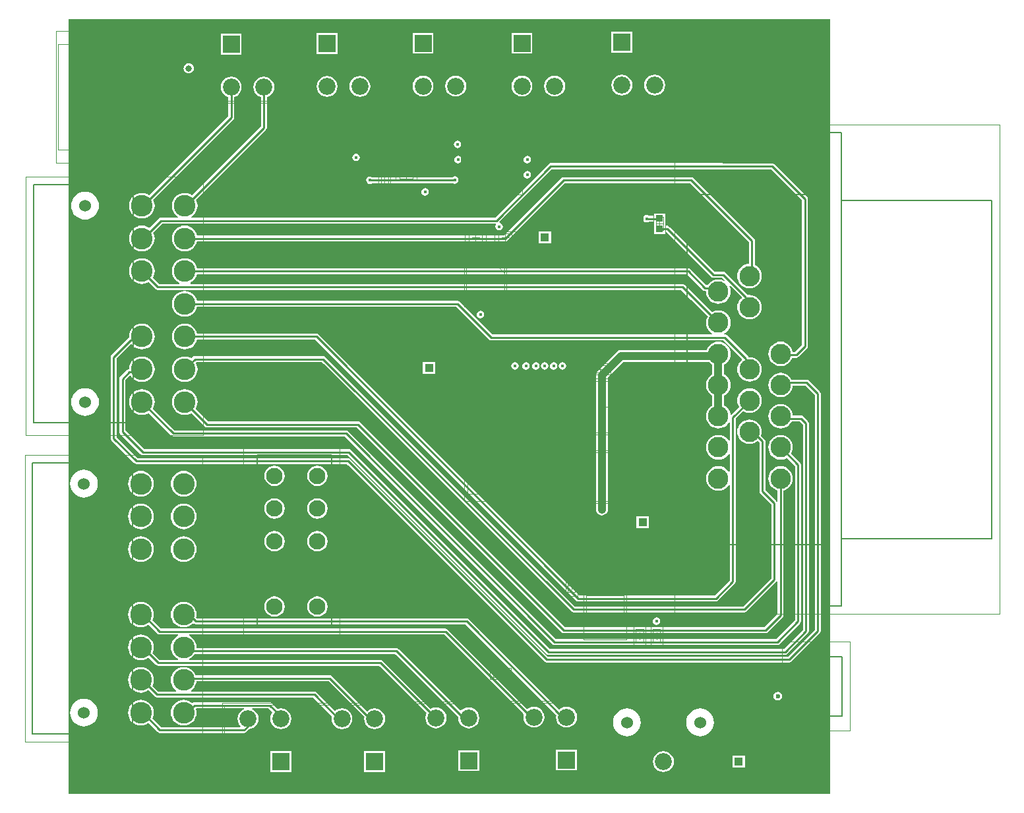
<source format=gbl>
G04*
G04 #@! TF.GenerationSoftware,Altium Limited,Altium Designer,21.0.9 (235)*
G04*
G04 Layer_Physical_Order=4*
G04 Layer_Color=16711680*
%FSLAX25Y25*%
%MOIN*%
G70*
G04*
G04 #@! TF.SameCoordinates,FB9C7817-38CD-48DC-A3D4-53DF82CEFDAB*
G04*
G04*
G04 #@! TF.FilePolarity,Positive*
G04*
G01*
G75*
%ADD10C,0.00787*%
%ADD11C,0.00394*%
%ADD13C,0.01000*%
%ADD14R,0.03765X0.24488*%
%ADD15C,0.00197*%
%ADD26R,0.03740X0.03347*%
%ADD67C,0.03937*%
%ADD68C,0.01968*%
%ADD70C,0.08563*%
%ADD71R,0.08563X0.08563*%
%ADD72C,0.23622*%
%ADD73R,0.04331X0.04331*%
%ADD74C,0.06004*%
%ADD75C,0.10925*%
%ADD76C,0.10335*%
%ADD77C,0.17303*%
%ADD78C,0.08268*%
%ADD79O,0.15748X0.11024*%
%ADD80O,0.18898X0.11024*%
%ADD81C,0.01772*%
%ADD82C,0.02362*%
%ADD83C,0.03150*%
%ADD84C,0.02756*%
G36*
X385697Y803D02*
X803D01*
Y392197D01*
X385697D01*
Y803D01*
D02*
G37*
%LPC*%
G36*
X285766Y385919D02*
X275234D01*
Y375388D01*
X285766D01*
Y385919D01*
D02*
G37*
G36*
X235230Y385419D02*
X224699D01*
Y374888D01*
X235230D01*
Y385419D01*
D02*
G37*
G36*
X185230D02*
X174699D01*
Y374888D01*
X185230D01*
Y385419D01*
D02*
G37*
G36*
X136730Y385266D02*
X126199D01*
Y374734D01*
X136730D01*
Y385266D01*
D02*
G37*
G36*
X88230Y384919D02*
X77699D01*
Y374388D01*
X88230D01*
Y384919D01*
D02*
G37*
G36*
X61500Y370081D02*
X60832Y369993D01*
X60209Y369735D01*
X59675Y369325D01*
X59265Y368791D01*
X59007Y368168D01*
X58919Y367500D01*
X59007Y366832D01*
X59265Y366209D01*
X59675Y365675D01*
X60209Y365265D01*
X60832Y365007D01*
X61500Y364919D01*
X62168Y365007D01*
X62791Y365265D01*
X63325Y365675D01*
X63735Y366209D01*
X63993Y366832D01*
X64081Y367500D01*
X63993Y368168D01*
X63735Y368791D01*
X63325Y369325D01*
X62791Y369735D01*
X62168Y369993D01*
X61500Y370081D01*
D02*
G37*
G36*
X297035Y364311D02*
X295661Y364130D01*
X294380Y363600D01*
X293280Y362756D01*
X292436Y361656D01*
X291905Y360375D01*
X291724Y359000D01*
X291905Y357625D01*
X292436Y356344D01*
X293280Y355244D01*
X294380Y354400D01*
X295661Y353870D01*
X297035Y353689D01*
X298410Y353870D01*
X299691Y354400D01*
X300791Y355244D01*
X301635Y356344D01*
X302166Y357625D01*
X302347Y359000D01*
X302166Y360375D01*
X301635Y361656D01*
X300791Y362756D01*
X299691Y363600D01*
X298410Y364130D01*
X297035Y364311D01*
D02*
G37*
G36*
X280500D02*
X279125Y364130D01*
X277844Y363600D01*
X276744Y362756D01*
X275900Y361656D01*
X275370Y360375D01*
X275189Y359000D01*
X275370Y357625D01*
X275900Y356344D01*
X276744Y355244D01*
X277844Y354400D01*
X279125Y353870D01*
X280500Y353689D01*
X281875Y353870D01*
X283156Y354400D01*
X284256Y355244D01*
X285100Y356344D01*
X285630Y357625D01*
X285811Y359000D01*
X285630Y360375D01*
X285100Y361656D01*
X284256Y362756D01*
X283156Y363600D01*
X281875Y364130D01*
X280500Y364311D01*
D02*
G37*
G36*
X246500Y363811D02*
X245125Y363630D01*
X243844Y363100D01*
X242744Y362256D01*
X241900Y361156D01*
X241370Y359875D01*
X241189Y358500D01*
X241370Y357125D01*
X241900Y355844D01*
X242744Y354744D01*
X243844Y353900D01*
X245125Y353370D01*
X246500Y353189D01*
X247875Y353370D01*
X249156Y353900D01*
X250256Y354744D01*
X251100Y355844D01*
X251630Y357125D01*
X251811Y358500D01*
X251630Y359875D01*
X251100Y361156D01*
X250256Y362256D01*
X249156Y363100D01*
X247875Y363630D01*
X246500Y363811D01*
D02*
G37*
G36*
X229965D02*
X228590Y363630D01*
X227309Y363100D01*
X226209Y362256D01*
X225365Y361156D01*
X224834Y359875D01*
X224653Y358500D01*
X224834Y357125D01*
X225365Y355844D01*
X226209Y354744D01*
X227309Y353900D01*
X228590Y353370D01*
X229965Y353189D01*
X231339Y353370D01*
X232620Y353900D01*
X233720Y354744D01*
X234564Y355844D01*
X235095Y357125D01*
X235276Y358500D01*
X235095Y359875D01*
X234564Y361156D01*
X233720Y362256D01*
X232620Y363100D01*
X231339Y363630D01*
X229965Y363811D01*
D02*
G37*
G36*
X196500D02*
X195125Y363630D01*
X193844Y363100D01*
X192744Y362256D01*
X191900Y361156D01*
X191370Y359875D01*
X191189Y358500D01*
X191370Y357125D01*
X191900Y355844D01*
X192744Y354744D01*
X193844Y353900D01*
X195125Y353370D01*
X196500Y353189D01*
X197875Y353370D01*
X199156Y353900D01*
X200256Y354744D01*
X201100Y355844D01*
X201630Y357125D01*
X201811Y358500D01*
X201630Y359875D01*
X201100Y361156D01*
X200256Y362256D01*
X199156Y363100D01*
X197875Y363630D01*
X196500Y363811D01*
D02*
G37*
G36*
X179965D02*
X178590Y363630D01*
X177309Y363100D01*
X176209Y362256D01*
X175365Y361156D01*
X174834Y359875D01*
X174653Y358500D01*
X174834Y357125D01*
X175365Y355844D01*
X176209Y354744D01*
X177309Y353900D01*
X178590Y353370D01*
X179965Y353189D01*
X181339Y353370D01*
X182620Y353900D01*
X183720Y354744D01*
X184564Y355844D01*
X185095Y357125D01*
X185276Y358500D01*
X185095Y359875D01*
X184564Y361156D01*
X183720Y362256D01*
X182620Y363100D01*
X181339Y363630D01*
X179965Y363811D01*
D02*
G37*
G36*
X148000Y363658D02*
X146625Y363477D01*
X145344Y362946D01*
X144244Y362102D01*
X143400Y361002D01*
X142870Y359721D01*
X142689Y358347D01*
X142870Y356972D01*
X143400Y355691D01*
X144244Y354591D01*
X145344Y353747D01*
X146625Y353216D01*
X148000Y353035D01*
X149375Y353216D01*
X150656Y353747D01*
X151756Y354591D01*
X152600Y355691D01*
X153130Y356972D01*
X153311Y358347D01*
X153130Y359721D01*
X152600Y361002D01*
X151756Y362102D01*
X150656Y362946D01*
X149375Y363477D01*
X148000Y363658D01*
D02*
G37*
G36*
X131465D02*
X130090Y363477D01*
X128809Y362946D01*
X127709Y362102D01*
X126865Y361002D01*
X126334Y359721D01*
X126153Y358347D01*
X126334Y356972D01*
X126865Y355691D01*
X127709Y354591D01*
X128809Y353747D01*
X130090Y353216D01*
X131465Y353035D01*
X132839Y353216D01*
X134120Y353747D01*
X135220Y354591D01*
X136064Y355691D01*
X136595Y356972D01*
X136776Y358347D01*
X136595Y359721D01*
X136064Y361002D01*
X135220Y362102D01*
X134120Y362946D01*
X132839Y363477D01*
X131465Y363658D01*
D02*
G37*
G36*
X197500Y330907D02*
X196770Y330762D01*
X196152Y330348D01*
X195738Y329730D01*
X195593Y329000D01*
X195738Y328270D01*
X196152Y327652D01*
X196770Y327238D01*
X197500Y327093D01*
X198230Y327238D01*
X198848Y327652D01*
X199262Y328270D01*
X199407Y329000D01*
X199262Y329730D01*
X198848Y330348D01*
X198230Y330762D01*
X197500Y330907D01*
D02*
G37*
G36*
X146074Y324333D02*
X145344Y324188D01*
X144726Y323774D01*
X144312Y323156D01*
X144167Y322426D01*
X144312Y321696D01*
X144726Y321078D01*
X145344Y320665D01*
X146074Y320519D01*
X146803Y320665D01*
X147422Y321078D01*
X147835Y321696D01*
X147980Y322426D01*
X147835Y323156D01*
X147422Y323774D01*
X146803Y324188D01*
X146074Y324333D01*
D02*
G37*
G36*
X197661Y323246D02*
X196931Y323100D01*
X196313Y322687D01*
X195899Y322069D01*
X195754Y321339D01*
X195899Y320609D01*
X196313Y319991D01*
X196931Y319577D01*
X197661Y319432D01*
X198391Y319577D01*
X199009Y319991D01*
X199423Y320609D01*
X199568Y321339D01*
X199423Y322069D01*
X199009Y322687D01*
X198391Y323100D01*
X197661Y323246D01*
D02*
G37*
G36*
X232663Y323244D02*
X231933Y323099D01*
X231315Y322685D01*
X230901Y322067D01*
X230756Y321337D01*
X230901Y320607D01*
X231315Y319989D01*
X231933Y319576D01*
X232663Y319430D01*
X233393Y319576D01*
X234011Y319989D01*
X234424Y320607D01*
X234570Y321337D01*
X234424Y322067D01*
X234011Y322685D01*
X233393Y323099D01*
X232663Y323244D01*
D02*
G37*
G36*
X315578Y312513D02*
X315578Y312513D01*
X251000D01*
X251000Y312513D01*
X250421Y312398D01*
X249930Y312070D01*
X220873Y283013D01*
X65778D01*
X65485Y283979D01*
X64886Y285099D01*
X64081Y286081D01*
X63099Y286886D01*
X61979Y287485D01*
X60764Y287854D01*
X59500Y287978D01*
X58236Y287854D01*
X57021Y287485D01*
X55901Y286886D01*
X54919Y286081D01*
X54114Y285099D01*
X53515Y283979D01*
X53146Y282764D01*
X53022Y281500D01*
X53146Y280236D01*
X53515Y279021D01*
X54114Y277901D01*
X54919Y276919D01*
X55901Y276114D01*
X57021Y275515D01*
X58236Y275146D01*
X59500Y275022D01*
X60764Y275146D01*
X61979Y275515D01*
X63099Y276114D01*
X64081Y276919D01*
X64886Y277901D01*
X65485Y279021D01*
X65778Y279987D01*
X221500D01*
X221500Y279987D01*
X222079Y280102D01*
X222570Y280430D01*
X251627Y309487D01*
X314951D01*
X344739Y279699D01*
Y268656D01*
X343794Y268563D01*
X342635Y268211D01*
X341566Y267640D01*
X340629Y266871D01*
X339860Y265934D01*
X339289Y264865D01*
X338937Y263706D01*
X338819Y262500D01*
X338937Y261294D01*
X339289Y260135D01*
X339860Y259066D01*
X340629Y258129D01*
X341566Y257360D01*
X342635Y256789D01*
X343794Y256437D01*
X345000Y256319D01*
X346206Y256437D01*
X347365Y256789D01*
X348434Y257360D01*
X349371Y258129D01*
X350140Y259066D01*
X350711Y260135D01*
X351063Y261294D01*
X351181Y262500D01*
X351063Y263706D01*
X350711Y264865D01*
X350140Y265934D01*
X349371Y266871D01*
X348434Y267640D01*
X347765Y267997D01*
Y280326D01*
X347650Y280906D01*
X347322Y281396D01*
X347322Y281397D01*
X316648Y312070D01*
X316158Y312398D01*
X316061Y312417D01*
X315578Y312513D01*
D02*
G37*
G36*
X195969Y312867D02*
X195239Y312722D01*
X194833Y312451D01*
X154164D01*
X153791Y312700D01*
X153061Y312845D01*
X152332Y312700D01*
X151713Y312287D01*
X151300Y311668D01*
X151155Y310939D01*
X151300Y310209D01*
X151713Y309590D01*
X152332Y309177D01*
X153061Y309032D01*
X153791Y309177D01*
X154161Y309424D01*
X194902D01*
X195239Y309199D01*
X195969Y309054D01*
X196698Y309199D01*
X197317Y309612D01*
X197730Y310231D01*
X197876Y310961D01*
X197730Y311690D01*
X197317Y312309D01*
X196698Y312722D01*
X195969Y312867D01*
D02*
G37*
G36*
X232663Y315569D02*
X231933Y315424D01*
X231314Y315011D01*
X230901Y314392D01*
X230756Y313663D01*
X230901Y312933D01*
X231314Y312314D01*
X231933Y311901D01*
X232663Y311756D01*
X233392Y311901D01*
X234011Y312314D01*
X234424Y312933D01*
X234569Y313663D01*
X234424Y314392D01*
X234011Y315011D01*
X233392Y315424D01*
X232663Y315569D01*
D02*
G37*
G36*
X82965Y363311D02*
X81590Y363130D01*
X80309Y362600D01*
X79209Y361756D01*
X78365Y360656D01*
X77834Y359375D01*
X77653Y358000D01*
X77834Y356625D01*
X78365Y355344D01*
X79209Y354244D01*
X80309Y353400D01*
X81451Y352927D01*
Y343233D01*
X41552Y303334D01*
X41445Y303422D01*
X40325Y304020D01*
X39110Y304389D01*
X37846Y304514D01*
X36583Y304389D01*
X35367Y304020D01*
X34247Y303422D01*
X33266Y302616D01*
X32460Y301634D01*
X31861Y300515D01*
X31493Y299299D01*
X31368Y298035D01*
X31493Y296772D01*
X31861Y295556D01*
X32460Y294436D01*
X33266Y293455D01*
X34247Y292649D01*
X35367Y292051D01*
X36583Y291682D01*
X37846Y291557D01*
X39110Y291682D01*
X40325Y292051D01*
X41445Y292649D01*
X42427Y293455D01*
X43233Y294436D01*
X43831Y295556D01*
X44200Y296772D01*
X44324Y298035D01*
X44200Y299299D01*
X43831Y300515D01*
X43546Y301048D01*
X84035Y341536D01*
X84035Y341536D01*
X84363Y342027D01*
X84478Y342606D01*
Y352927D01*
X85620Y353400D01*
X86720Y354244D01*
X87564Y355344D01*
X88095Y356625D01*
X88276Y358000D01*
X88095Y359375D01*
X87564Y360656D01*
X86720Y361756D01*
X85620Y362600D01*
X84339Y363130D01*
X82965Y363311D01*
D02*
G37*
G36*
X181000Y306907D02*
X180270Y306762D01*
X179652Y306348D01*
X179238Y305730D01*
X179093Y305000D01*
X179238Y304270D01*
X179652Y303652D01*
X180270Y303238D01*
X181000Y303093D01*
X181730Y303238D01*
X182348Y303652D01*
X182762Y304270D01*
X182907Y305000D01*
X182762Y305730D01*
X182348Y306348D01*
X181730Y306762D01*
X181000Y306907D01*
D02*
G37*
G36*
X302354Y294216D02*
X296646D01*
Y293013D01*
X294101D01*
X293730Y293262D01*
X293000Y293407D01*
X292270Y293262D01*
X291652Y292848D01*
X291238Y292230D01*
X291093Y291500D01*
X291238Y290770D01*
X291652Y290152D01*
X292270Y289738D01*
X293000Y289593D01*
X293730Y289738D01*
X294101Y289987D01*
X296646D01*
Y283784D01*
X302354D01*
Y284928D01*
X302874D01*
X325703Y262099D01*
X325703Y262099D01*
X326194Y261771D01*
X326773Y261656D01*
X331204D01*
X332345Y260515D01*
X332044Y260109D01*
X331617Y260337D01*
X330458Y260688D01*
X329252Y260807D01*
X328046Y260688D01*
X326887Y260337D01*
X325818Y259766D01*
X324881Y258997D01*
X324112Y258060D01*
X324079Y257997D01*
X323999Y258013D01*
X323999Y258013D01*
X323127D01*
X315106Y266035D01*
X314615Y266363D01*
X314035Y266478D01*
X314035Y266478D01*
X65778D01*
X65485Y267444D01*
X64886Y268564D01*
X64081Y269545D01*
X63099Y270351D01*
X61979Y270950D01*
X60764Y271318D01*
X59500Y271443D01*
X58236Y271318D01*
X57021Y270950D01*
X55901Y270351D01*
X54919Y269545D01*
X54114Y268564D01*
X53515Y267444D01*
X53146Y266228D01*
X53022Y264965D01*
X53146Y263701D01*
X53515Y262486D01*
X54114Y261366D01*
X54919Y260384D01*
X55901Y259578D01*
X56541Y259236D01*
X56705Y258581D01*
X56660Y258513D01*
X46438D01*
X43356Y261596D01*
X43831Y262486D01*
X44200Y263701D01*
X44324Y264965D01*
X44200Y266228D01*
X43831Y267444D01*
X43233Y268564D01*
X42427Y269545D01*
X41445Y270351D01*
X40325Y270950D01*
X39110Y271318D01*
X37846Y271443D01*
X36583Y271318D01*
X35367Y270950D01*
X34247Y270351D01*
X33266Y269545D01*
X32460Y268564D01*
X31861Y267444D01*
X31493Y266228D01*
X31368Y264965D01*
X31493Y263701D01*
X31861Y262486D01*
X32460Y261366D01*
X33266Y260384D01*
X34247Y259578D01*
X35367Y258980D01*
X36583Y258611D01*
X37846Y258487D01*
X39110Y258611D01*
X40325Y258980D01*
X41216Y259455D01*
X44741Y255930D01*
X45232Y255602D01*
X45811Y255487D01*
X45811Y255487D01*
X310503D01*
X315560Y250430D01*
X315560Y250430D01*
X315560Y250430D01*
X323961Y242029D01*
X323541Y241243D01*
X323189Y240084D01*
X323071Y238878D01*
X323189Y237672D01*
X323541Y236512D01*
X324112Y235444D01*
X324881Y234507D01*
X325818Y233738D01*
X326239Y233513D01*
X326114Y233013D01*
X215127D01*
X198641Y249499D01*
X198150Y249827D01*
X197571Y249942D01*
X197571Y249942D01*
X65778D01*
X65485Y250908D01*
X64886Y252028D01*
X64081Y253010D01*
X63099Y253815D01*
X61979Y254414D01*
X60764Y254783D01*
X59500Y254907D01*
X58236Y254783D01*
X57021Y254414D01*
X55901Y253815D01*
X54919Y253010D01*
X54114Y252028D01*
X53515Y250908D01*
X53146Y249693D01*
X53022Y248429D01*
X53146Y247165D01*
X53515Y245950D01*
X54114Y244830D01*
X54919Y243848D01*
X55901Y243043D01*
X57021Y242444D01*
X58236Y242076D01*
X59500Y241951D01*
X60764Y242076D01*
X61979Y242444D01*
X63099Y243043D01*
X64081Y243848D01*
X64886Y244830D01*
X65485Y245950D01*
X65778Y246916D01*
X196944D01*
X213430Y230430D01*
X213430Y230430D01*
X213921Y230102D01*
X214500Y229987D01*
X214500Y229987D01*
X331873D01*
X341247Y220613D01*
X341222Y220114D01*
X340629Y219627D01*
X339860Y218690D01*
X339289Y217621D01*
X338937Y216462D01*
X338819Y215256D01*
X338937Y214050D01*
X339289Y212890D01*
X339860Y211822D01*
X340629Y210885D01*
X341566Y210116D01*
X342635Y209545D01*
X343794Y209193D01*
X345000Y209075D01*
X346206Y209193D01*
X347365Y209545D01*
X348434Y210116D01*
X349371Y210885D01*
X350140Y211822D01*
X350711Y212890D01*
X351063Y214050D01*
X351181Y215256D01*
X351063Y216462D01*
X350711Y217621D01*
X350140Y218690D01*
X349371Y219627D01*
X348434Y220395D01*
X347365Y220967D01*
X346206Y221319D01*
X345000Y221437D01*
X344591Y221397D01*
X344284Y221856D01*
X344284Y221856D01*
X333570Y232570D01*
X333079Y232898D01*
X332500Y233013D01*
X332500Y233013D01*
X332390D01*
X332265Y233513D01*
X332686Y233738D01*
X333623Y234507D01*
X334392Y235444D01*
X334963Y236512D01*
X335314Y237672D01*
X335433Y238878D01*
X335314Y240084D01*
X334963Y241243D01*
X334392Y242312D01*
X333623Y243249D01*
X332686Y244018D01*
X331617Y244589D01*
X330458Y244940D01*
X329252Y245059D01*
X328046Y244940D01*
X326887Y244589D01*
X326101Y244169D01*
X317700Y252570D01*
X317700Y252570D01*
X312200Y258070D01*
X311709Y258398D01*
X311130Y258513D01*
X311130Y258513D01*
X62340D01*
X62295Y258581D01*
X62459Y259236D01*
X63099Y259578D01*
X64081Y260384D01*
X64886Y261366D01*
X65485Y262486D01*
X65778Y263451D01*
X313409D01*
X321430Y255430D01*
X321430Y255430D01*
X321921Y255102D01*
X322500Y254987D01*
X322500Y254987D01*
X322744D01*
X323071Y254626D01*
X323189Y253420D01*
X323541Y252260D01*
X324112Y251192D01*
X324881Y250255D01*
X325818Y249486D01*
X326887Y248915D01*
X328046Y248563D01*
X329252Y248445D01*
X330458Y248563D01*
X331617Y248915D01*
X332686Y249486D01*
X333623Y250255D01*
X334392Y251192D01*
X334963Y252260D01*
X335314Y253420D01*
X335433Y254626D01*
X335314Y255832D01*
X334963Y256992D01*
X334735Y257418D01*
X335141Y257719D01*
X340974Y251885D01*
X340950Y251386D01*
X340629Y251123D01*
X339860Y250186D01*
X339289Y249117D01*
X338937Y247958D01*
X338819Y246752D01*
X338937Y245546D01*
X339289Y244387D01*
X339860Y243318D01*
X340629Y242381D01*
X341566Y241612D01*
X342635Y241041D01*
X343794Y240689D01*
X345000Y240571D01*
X346206Y240689D01*
X347365Y241041D01*
X348434Y241612D01*
X349371Y242381D01*
X350140Y243318D01*
X350711Y244387D01*
X351063Y245546D01*
X351181Y246752D01*
X351063Y247958D01*
X350711Y249117D01*
X350140Y250186D01*
X349371Y251123D01*
X348434Y251892D01*
X347365Y252463D01*
X346206Y252815D01*
X345000Y252933D01*
X344278Y252862D01*
X332901Y264239D01*
X332410Y264567D01*
X331831Y264682D01*
X331831Y264682D01*
X327400D01*
X304571Y287511D01*
X304080Y287839D01*
X303501Y287954D01*
X303501Y287954D01*
X302354D01*
Y288902D01*
Y294216D01*
D02*
G37*
G36*
X9106Y305057D02*
X7736Y304923D01*
X6419Y304523D01*
X5205Y303874D01*
X4141Y303001D01*
X3268Y301937D01*
X2619Y300723D01*
X2219Y299405D01*
X2084Y298035D01*
X2219Y296666D01*
X2619Y295348D01*
X3268Y294134D01*
X4141Y293070D01*
X5205Y292197D01*
X6419Y291548D01*
X7736Y291148D01*
X9106Y291013D01*
X10476Y291148D01*
X11794Y291548D01*
X13007Y292197D01*
X14072Y293070D01*
X14945Y294134D01*
X15594Y295348D01*
X15993Y296666D01*
X16128Y298035D01*
X15993Y299405D01*
X15594Y300723D01*
X14945Y301937D01*
X14072Y303001D01*
X13007Y303874D01*
X11794Y304523D01*
X10476Y304923D01*
X9106Y305057D01*
D02*
G37*
G36*
X244650Y285150D02*
X238350D01*
Y278850D01*
X244650D01*
Y285150D01*
D02*
G37*
G36*
X209000Y244907D02*
X208270Y244762D01*
X207652Y244348D01*
X207238Y243730D01*
X207093Y243000D01*
X207238Y242270D01*
X207652Y241652D01*
X208270Y241238D01*
X209000Y241093D01*
X209730Y241238D01*
X210348Y241652D01*
X210762Y242270D01*
X210907Y243000D01*
X210762Y243730D01*
X210348Y244348D01*
X209730Y244762D01*
X209000Y244907D01*
D02*
G37*
G36*
X37846Y238372D02*
X36583Y238247D01*
X35367Y237879D01*
X34247Y237280D01*
X33266Y236474D01*
X32460Y235493D01*
X31861Y234373D01*
X31493Y233157D01*
X31368Y231894D01*
X31418Y231393D01*
X31416Y231393D01*
X30924Y231065D01*
X30924Y231065D01*
X22430Y222570D01*
X22102Y222079D01*
X21987Y221500D01*
X21987Y221500D01*
Y180500D01*
X21987Y180500D01*
X22102Y179921D01*
X22430Y179430D01*
X33930Y167930D01*
X33930Y167930D01*
X34421Y167602D01*
X35000Y167487D01*
X35000Y167487D01*
X141373D01*
X241291Y67569D01*
X241782Y67241D01*
X242361Y67126D01*
X242361Y67126D01*
X365139D01*
X365139Y67126D01*
X365718Y67241D01*
X366209Y67569D01*
X380570Y81930D01*
X380570Y81930D01*
X380898Y82421D01*
X381013Y83000D01*
Y203000D01*
X381013Y203000D01*
X380898Y203579D01*
X380570Y204070D01*
X374984Y209656D01*
X374493Y209984D01*
X373914Y210099D01*
X373914Y210099D01*
X366271D01*
X365888Y210816D01*
X365119Y211753D01*
X364182Y212522D01*
X363113Y213093D01*
X361954Y213444D01*
X360748Y213563D01*
X359542Y213444D01*
X358383Y213093D01*
X357314Y212522D01*
X356377Y211753D01*
X355608Y210816D01*
X355037Y209747D01*
X354685Y208588D01*
X354567Y207382D01*
X354685Y206176D01*
X355037Y205016D01*
X355608Y203948D01*
X356377Y203011D01*
X357314Y202242D01*
X358383Y201671D01*
X359542Y201319D01*
X360748Y201201D01*
X361954Y201319D01*
X363113Y201671D01*
X364182Y202242D01*
X365119Y203011D01*
X365888Y203948D01*
X366459Y205016D01*
X366811Y206176D01*
X366899Y207072D01*
X373287D01*
X377987Y202373D01*
Y83627D01*
X364512Y70152D01*
X242988D01*
X143070Y170070D01*
X142579Y170398D01*
X142000Y170513D01*
X142000Y170513D01*
X35627D01*
X25013Y181127D01*
Y220873D01*
X32094Y227953D01*
X32768Y227920D01*
X33266Y227313D01*
X34247Y226507D01*
X35367Y225909D01*
X36583Y225540D01*
X37846Y225416D01*
X39110Y225540D01*
X40325Y225909D01*
X41445Y226507D01*
X42427Y227313D01*
X43233Y228295D01*
X43831Y229415D01*
X44200Y230630D01*
X44324Y231894D01*
X44200Y233157D01*
X43831Y234373D01*
X43233Y235493D01*
X42427Y236474D01*
X41445Y237280D01*
X40325Y237879D01*
X39110Y238247D01*
X37846Y238372D01*
D02*
G37*
G36*
X99500Y363311D02*
X98125Y363130D01*
X96844Y362600D01*
X95744Y361756D01*
X94900Y360656D01*
X94370Y359375D01*
X94189Y358000D01*
X94370Y356625D01*
X94900Y355344D01*
X95744Y354244D01*
X96844Y353400D01*
X97987Y352927D01*
Y338115D01*
X63206Y303334D01*
X63099Y303422D01*
X61979Y304020D01*
X60764Y304389D01*
X59500Y304514D01*
X58236Y304389D01*
X57021Y304020D01*
X55901Y303422D01*
X54919Y302616D01*
X54114Y301634D01*
X53515Y300515D01*
X53146Y299299D01*
X53022Y298035D01*
X53146Y296772D01*
X53515Y295556D01*
X54114Y294436D01*
X54919Y293455D01*
X55901Y292649D01*
X56155Y292513D01*
X56030Y292013D01*
X47394D01*
X47394Y292013D01*
X46815Y291898D01*
X46324Y291570D01*
X46324Y291570D01*
X41552Y286799D01*
X41445Y286886D01*
X40325Y287485D01*
X39110Y287854D01*
X37846Y287978D01*
X36583Y287854D01*
X35367Y287485D01*
X34247Y286886D01*
X33266Y286081D01*
X32460Y285099D01*
X31861Y283979D01*
X31493Y282764D01*
X31368Y281500D01*
X31493Y280236D01*
X31861Y279021D01*
X32460Y277901D01*
X33266Y276919D01*
X34247Y276114D01*
X35367Y275515D01*
X36583Y275146D01*
X37846Y275022D01*
X39110Y275146D01*
X40325Y275515D01*
X41445Y276114D01*
X42427Y276919D01*
X43233Y277901D01*
X43831Y279021D01*
X44200Y280236D01*
X44324Y281500D01*
X44200Y282764D01*
X43831Y283979D01*
X43546Y284512D01*
X48020Y288987D01*
X216643D01*
X216910Y288487D01*
X216738Y288230D01*
X216593Y287500D01*
X216738Y286770D01*
X217152Y286152D01*
X217770Y285738D01*
X218500Y285593D01*
X219230Y285738D01*
X219848Y286152D01*
X220262Y286770D01*
X220407Y287500D01*
X220262Y288230D01*
X219848Y288848D01*
X219230Y289262D01*
X218712Y289365D01*
X218522Y289882D01*
X245129Y316489D01*
X331422D01*
X331433Y316487D01*
X355873D01*
X371487Y300873D01*
Y227627D01*
X368040Y224181D01*
X366826D01*
X366811Y224336D01*
X366459Y225495D01*
X365888Y226564D01*
X365119Y227501D01*
X364182Y228270D01*
X363113Y228841D01*
X361954Y229192D01*
X360748Y229311D01*
X359542Y229192D01*
X358383Y228841D01*
X357314Y228270D01*
X356377Y227501D01*
X355608Y226564D01*
X355037Y225495D01*
X354685Y224336D01*
X354567Y223130D01*
X354685Y221924D01*
X355037Y220764D01*
X355608Y219696D01*
X356377Y218759D01*
X357314Y217990D01*
X358383Y217419D01*
X359542Y217067D01*
X360748Y216949D01*
X361954Y217067D01*
X363113Y217419D01*
X364182Y217990D01*
X365119Y218759D01*
X365888Y219696D01*
X366459Y220764D01*
X366577Y221154D01*
X368667D01*
X368667Y221154D01*
X369247Y221269D01*
X369737Y221597D01*
X374070Y225930D01*
X374398Y226421D01*
X374513Y227000D01*
X374513Y227000D01*
Y301500D01*
X374398Y302079D01*
X374070Y302570D01*
X374070Y302570D01*
X357570Y319070D01*
X357079Y319398D01*
X356500Y319513D01*
X356500Y319513D01*
X331442D01*
X331431Y319516D01*
X331431Y319516D01*
X244502D01*
X244502Y319516D01*
X243923Y319400D01*
X243432Y319072D01*
X243432Y319072D01*
X216373Y292013D01*
X62970D01*
X62845Y292513D01*
X63099Y292649D01*
X64081Y293455D01*
X64886Y294436D01*
X65485Y295556D01*
X65854Y296772D01*
X65978Y298035D01*
X65854Y299299D01*
X65485Y300515D01*
X65200Y301048D01*
X100570Y336418D01*
X100570Y336418D01*
X100898Y336909D01*
X101013Y337488D01*
Y352927D01*
X102156Y353400D01*
X103256Y354244D01*
X104100Y355344D01*
X104630Y356625D01*
X104811Y358000D01*
X104630Y359375D01*
X104100Y360656D01*
X103256Y361756D01*
X102156Y362600D01*
X100875Y363130D01*
X99500Y363311D01*
D02*
G37*
G36*
X129500Y222013D02*
X129500Y222013D01*
X64642D01*
X64642Y222013D01*
X64063Y221898D01*
X63572Y221570D01*
X63572Y221570D01*
X62869Y220867D01*
X61979Y221343D01*
X60764Y221712D01*
X59500Y221836D01*
X58236Y221712D01*
X57021Y221343D01*
X55901Y220744D01*
X54919Y219939D01*
X54114Y218957D01*
X53515Y217837D01*
X53146Y216622D01*
X53022Y215358D01*
X53146Y214094D01*
X53515Y212879D01*
X54114Y211759D01*
X54919Y210778D01*
X55901Y209972D01*
X57021Y209373D01*
X58236Y209005D01*
X59500Y208880D01*
X60764Y209005D01*
X61979Y209373D01*
X63099Y209972D01*
X64081Y210778D01*
X64886Y211759D01*
X65485Y212879D01*
X65854Y214094D01*
X65978Y215358D01*
X65854Y216622D01*
X65485Y217837D01*
X65101Y218556D01*
X65421Y218987D01*
X128873D01*
X254958Y92902D01*
X254958Y92902D01*
X255449Y92574D01*
X256028Y92459D01*
X256028Y92459D01*
X342411D01*
X342411Y92459D01*
X342990Y92574D01*
X343481Y92902D01*
X358570Y107991D01*
X358570Y107991D01*
X358735Y108238D01*
X358991Y108214D01*
X359235Y108086D01*
Y91706D01*
X352479Y84951D01*
X251752D01*
X148133Y188570D01*
X147642Y188898D01*
X147063Y189013D01*
X147063Y189013D01*
X71450D01*
X65009Y195454D01*
X65485Y196344D01*
X65854Y197559D01*
X65978Y198823D01*
X65854Y200087D01*
X65485Y201302D01*
X64886Y202422D01*
X64081Y203403D01*
X63099Y204209D01*
X61979Y204808D01*
X60764Y205176D01*
X59500Y205301D01*
X58236Y205176D01*
X57021Y204808D01*
X55901Y204209D01*
X54919Y203403D01*
X54114Y202422D01*
X53515Y201302D01*
X53146Y200087D01*
X53022Y198823D01*
X53146Y197559D01*
X53515Y196344D01*
X54114Y195224D01*
X54919Y194242D01*
X55901Y193437D01*
X57021Y192838D01*
X58236Y192469D01*
X59500Y192345D01*
X60764Y192469D01*
X61979Y192838D01*
X62869Y193314D01*
X69753Y186430D01*
X70244Y186102D01*
X70823Y185987D01*
X70823Y185987D01*
X146436D01*
X250055Y82367D01*
X250546Y82039D01*
X251125Y81924D01*
X251125Y81924D01*
X353106D01*
X353106Y81924D01*
X353685Y82039D01*
X354176Y82367D01*
X361818Y90009D01*
X362146Y90500D01*
X362261Y91079D01*
X362261Y91079D01*
Y154168D01*
X363113Y154427D01*
X364182Y154998D01*
X365119Y155767D01*
X365888Y156704D01*
X366459Y157772D01*
X366811Y158932D01*
X366929Y160138D01*
X366811Y161344D01*
X366459Y162503D01*
X365888Y163572D01*
X365119Y164509D01*
X364182Y165277D01*
X363113Y165849D01*
X361954Y166200D01*
X360748Y166319D01*
X359542Y166200D01*
X358383Y165849D01*
X357314Y165277D01*
X356377Y164509D01*
X355608Y163572D01*
X355037Y162503D01*
X354685Y161344D01*
X354567Y160138D01*
X354685Y158932D01*
X355037Y157772D01*
X355608Y156704D01*
X356377Y155767D01*
X357314Y154998D01*
X358383Y154427D01*
X359235Y154168D01*
Y148632D01*
X358735Y148480D01*
X358570Y148726D01*
X358570Y148726D01*
X353013Y154283D01*
Y179000D01*
X352898Y179579D01*
X352570Y180070D01*
X352570Y180070D01*
X350835Y181805D01*
X351063Y182554D01*
X351181Y183760D01*
X351063Y184966D01*
X350711Y186125D01*
X350140Y187194D01*
X349371Y188131D01*
X348434Y188899D01*
X347365Y189471D01*
X346206Y189822D01*
X345000Y189941D01*
X343794Y189822D01*
X342635Y189471D01*
X341566Y188899D01*
X340629Y188131D01*
X339860Y187194D01*
X339289Y186125D01*
X338937Y184966D01*
X338819Y183760D01*
X338937Y182554D01*
X339289Y181394D01*
X339860Y180326D01*
X340629Y179389D01*
X341566Y178620D01*
X342635Y178049D01*
X343794Y177697D01*
X345000Y177578D01*
X346206Y177697D01*
X347365Y178049D01*
X348434Y178620D01*
X349151Y179209D01*
X349987Y178373D01*
Y153656D01*
X349987Y153656D01*
X350102Y153077D01*
X350430Y152586D01*
X355987Y147029D01*
Y109688D01*
X341784Y95486D01*
X256654D01*
X130570Y221570D01*
X130079Y221898D01*
X129983Y221917D01*
X129500Y222013D01*
D02*
G37*
G36*
X250500Y218907D02*
X249770Y218762D01*
X249152Y218348D01*
X248738Y217730D01*
X248593Y217000D01*
X248738Y216270D01*
X249152Y215652D01*
X249770Y215238D01*
X250500Y215093D01*
X251230Y215238D01*
X251848Y215652D01*
X252262Y216270D01*
X252407Y217000D01*
X252262Y217730D01*
X251848Y218348D01*
X251230Y218762D01*
X250500Y218907D01*
D02*
G37*
G36*
X246000D02*
X245270Y218762D01*
X244652Y218348D01*
X244238Y217730D01*
X244093Y217000D01*
X244238Y216270D01*
X244652Y215652D01*
X245270Y215238D01*
X246000Y215093D01*
X246730Y215238D01*
X247348Y215652D01*
X247762Y216270D01*
X247907Y217000D01*
X247762Y217730D01*
X247348Y218348D01*
X246730Y218762D01*
X246000Y218907D01*
D02*
G37*
G36*
X241500D02*
X240770Y218762D01*
X240152Y218348D01*
X239738Y217730D01*
X239593Y217000D01*
X239738Y216270D01*
X240152Y215652D01*
X240770Y215238D01*
X241500Y215093D01*
X242230Y215238D01*
X242848Y215652D01*
X243262Y216270D01*
X243407Y217000D01*
X243262Y217730D01*
X242848Y218348D01*
X242230Y218762D01*
X241500Y218907D01*
D02*
G37*
G36*
X237000D02*
X236270Y218762D01*
X235652Y218348D01*
X235238Y217730D01*
X235093Y217000D01*
X235238Y216270D01*
X235652Y215652D01*
X236270Y215238D01*
X237000Y215093D01*
X237730Y215238D01*
X238348Y215652D01*
X238762Y216270D01*
X238907Y217000D01*
X238762Y217730D01*
X238348Y218348D01*
X237730Y218762D01*
X237000Y218907D01*
D02*
G37*
G36*
X232000D02*
X231270Y218762D01*
X230652Y218348D01*
X230238Y217730D01*
X230093Y217000D01*
X230238Y216270D01*
X230652Y215652D01*
X231270Y215238D01*
X232000Y215093D01*
X232730Y215238D01*
X233348Y215652D01*
X233762Y216270D01*
X233907Y217000D01*
X233762Y217730D01*
X233348Y218348D01*
X232730Y218762D01*
X232000Y218907D01*
D02*
G37*
G36*
X226500D02*
X225770Y218762D01*
X225152Y218348D01*
X224738Y217730D01*
X224593Y217000D01*
X224738Y216270D01*
X225152Y215652D01*
X225770Y215238D01*
X226500Y215093D01*
X227230Y215238D01*
X227848Y215652D01*
X228262Y216270D01*
X228407Y217000D01*
X228262Y217730D01*
X227848Y218348D01*
X227230Y218762D01*
X226500Y218907D01*
D02*
G37*
G36*
X186150Y219150D02*
X179850D01*
Y212850D01*
X186150D01*
Y219150D01*
D02*
G37*
G36*
X37846Y221836D02*
X36583Y221712D01*
X35367Y221343D01*
X34247Y220744D01*
X33266Y219939D01*
X32460Y218957D01*
X31861Y217837D01*
X31493Y216622D01*
X31379Y215465D01*
X30891Y215368D01*
X30400Y215040D01*
X30400Y215040D01*
X26930Y211570D01*
X26602Y211079D01*
X26487Y210500D01*
X26487Y210500D01*
Y183824D01*
X26487Y183824D01*
X26602Y183244D01*
X26930Y182753D01*
X37253Y172430D01*
X37744Y172102D01*
X38324Y171987D01*
X38324Y171987D01*
X141873D01*
X242430Y71430D01*
X242921Y71102D01*
X243500Y70987D01*
X243500Y70987D01*
X363000D01*
X363000Y70987D01*
X363579Y71102D01*
X364070Y71430D01*
X374570Y81930D01*
X374570Y81930D01*
X374898Y82421D01*
X375013Y83000D01*
Y188000D01*
X374898Y188579D01*
X374570Y189070D01*
X374570Y189070D01*
X372070Y191570D01*
X371579Y191898D01*
X371000Y192013D01*
X371000Y192013D01*
X366892D01*
X366811Y192840D01*
X366459Y193999D01*
X365888Y195068D01*
X365119Y196005D01*
X364182Y196774D01*
X363113Y197345D01*
X361954Y197696D01*
X360748Y197815D01*
X359542Y197696D01*
X358383Y197345D01*
X357314Y196774D01*
X356377Y196005D01*
X355608Y195068D01*
X355037Y193999D01*
X354685Y192840D01*
X354567Y191634D01*
X354685Y190428D01*
X355037Y189268D01*
X355608Y188200D01*
X356377Y187263D01*
X357314Y186494D01*
X358383Y185923D01*
X359542Y185571D01*
X360748Y185452D01*
X361954Y185571D01*
X363113Y185923D01*
X364182Y186494D01*
X365119Y187263D01*
X365888Y188200D01*
X366308Y188987D01*
X370373D01*
X371987Y187373D01*
Y83627D01*
X362373Y74013D01*
X244127D01*
X143570Y174570D01*
X143079Y174898D01*
X142500Y175013D01*
X142500Y175013D01*
X38950D01*
X29513Y184450D01*
Y209873D01*
X31794Y212154D01*
X32289Y212080D01*
X32460Y211759D01*
X33266Y210778D01*
X34247Y209972D01*
X35367Y209373D01*
X36583Y209005D01*
X37846Y208880D01*
X39110Y209005D01*
X40325Y209373D01*
X41445Y209972D01*
X42427Y210778D01*
X43233Y211759D01*
X43831Y212879D01*
X44200Y214094D01*
X44324Y215358D01*
X44200Y216622D01*
X43831Y217837D01*
X43233Y218957D01*
X42427Y219939D01*
X41445Y220744D01*
X40325Y221343D01*
X39110Y221712D01*
X37846Y221836D01*
D02*
G37*
G36*
X59500Y238372D02*
X58236Y238247D01*
X57021Y237879D01*
X55901Y237280D01*
X54919Y236474D01*
X54114Y235493D01*
X53515Y234373D01*
X53146Y233157D01*
X53022Y231894D01*
X53146Y230630D01*
X53515Y229415D01*
X54114Y228295D01*
X54919Y227313D01*
X55901Y226507D01*
X57021Y225909D01*
X58236Y225540D01*
X59500Y225416D01*
X60764Y225540D01*
X61979Y225909D01*
X63099Y226507D01*
X64081Y227313D01*
X64886Y228295D01*
X65485Y229415D01*
X65778Y230380D01*
X125479D01*
X257430Y98430D01*
X257430Y98430D01*
X257921Y98102D01*
X258500Y97987D01*
X258500Y97987D01*
X328000D01*
X328000Y97987D01*
X328579Y98102D01*
X329070Y98430D01*
X337570Y106930D01*
X337570Y106930D01*
X337898Y107421D01*
X338013Y108000D01*
X338013Y108000D01*
Y190381D01*
X341849Y194217D01*
X342635Y193797D01*
X343794Y193445D01*
X345000Y193326D01*
X346206Y193445D01*
X347365Y193797D01*
X348434Y194368D01*
X349371Y195137D01*
X350140Y196074D01*
X350711Y197142D01*
X351063Y198302D01*
X351181Y199508D01*
X351063Y200714D01*
X350711Y201873D01*
X350140Y202942D01*
X349371Y203879D01*
X348434Y204647D01*
X347365Y205219D01*
X346206Y205570D01*
X345000Y205689D01*
X343794Y205570D01*
X342635Y205219D01*
X341566Y204647D01*
X340629Y203879D01*
X339860Y202942D01*
X339289Y201873D01*
X338937Y200714D01*
X338819Y199508D01*
X338937Y198302D01*
X339289Y197142D01*
X339709Y196357D01*
X335851Y192499D01*
X335330Y192685D01*
X335314Y192840D01*
X334963Y193999D01*
X334392Y195068D01*
X333623Y196005D01*
X332686Y196774D01*
X332230Y197017D01*
Y201999D01*
X332686Y202242D01*
X333623Y203011D01*
X334392Y203948D01*
X334963Y205016D01*
X335314Y206176D01*
X335433Y207382D01*
X335314Y208588D01*
X334963Y209747D01*
X334392Y210816D01*
X333623Y211753D01*
X332686Y212522D01*
X332230Y212765D01*
Y217747D01*
X332686Y217990D01*
X333623Y218759D01*
X334392Y219696D01*
X334963Y220764D01*
X335314Y221924D01*
X335433Y223130D01*
X335314Y224336D01*
X334963Y225495D01*
X334392Y226564D01*
X333623Y227501D01*
X332686Y228270D01*
X331617Y228841D01*
X330458Y229192D01*
X329252Y229311D01*
X328046Y229192D01*
X326887Y228841D01*
X325818Y228270D01*
X324881Y227501D01*
X324112Y226564D01*
X323541Y225495D01*
X323382Y224970D01*
X279992D01*
X279992Y224970D01*
X279221Y224869D01*
X278503Y224571D01*
X277886Y224098D01*
X268394Y214606D01*
X267921Y213989D01*
X267623Y213271D01*
X267522Y212500D01*
Y145349D01*
X267466Y145214D01*
X267364Y144443D01*
X267466Y143672D01*
X267763Y142954D01*
X268237Y142337D01*
X268853Y141864D01*
X269572Y141566D01*
X270342Y141465D01*
X271113Y141566D01*
X271832Y141864D01*
X272448Y142337D01*
X272606Y142495D01*
X273079Y143111D01*
X273377Y143830D01*
X273478Y144600D01*
Y211266D01*
X281226Y219014D01*
X324672D01*
X324881Y218759D01*
X325818Y217990D01*
X326274Y217747D01*
Y212765D01*
X325818Y212522D01*
X324881Y211753D01*
X324112Y210816D01*
X323541Y209747D01*
X323189Y208588D01*
X323071Y207382D01*
X323189Y206176D01*
X323541Y205016D01*
X324112Y203948D01*
X324881Y203011D01*
X325818Y202242D01*
X326274Y201999D01*
Y197017D01*
X325818Y196774D01*
X324881Y196005D01*
X324112Y195068D01*
X323541Y193999D01*
X323189Y192840D01*
X323071Y191634D01*
X323189Y190428D01*
X323541Y189268D01*
X324112Y188200D01*
X324881Y187263D01*
X325818Y186494D01*
X326887Y185923D01*
X328046Y185571D01*
X329252Y185452D01*
X330458Y185571D01*
X331617Y185923D01*
X332686Y186494D01*
X333623Y187263D01*
X334392Y188200D01*
X334487Y188378D01*
X334987Y188252D01*
Y179267D01*
X334487Y179142D01*
X334392Y179320D01*
X333623Y180257D01*
X332686Y181025D01*
X331617Y181597D01*
X330458Y181948D01*
X329252Y182067D01*
X328046Y181948D01*
X326887Y181597D01*
X325818Y181025D01*
X324881Y180257D01*
X324112Y179320D01*
X323541Y178251D01*
X323189Y177092D01*
X323071Y175886D01*
X323189Y174680D01*
X323541Y173520D01*
X324112Y172452D01*
X324881Y171515D01*
X325818Y170746D01*
X326887Y170175D01*
X328046Y169823D01*
X329252Y169704D01*
X330458Y169823D01*
X331617Y170175D01*
X332686Y170746D01*
X333623Y171515D01*
X334392Y172452D01*
X334487Y172630D01*
X334987Y172504D01*
Y163519D01*
X334487Y163394D01*
X334392Y163572D01*
X333623Y164509D01*
X332686Y165277D01*
X331617Y165849D01*
X330458Y166200D01*
X329252Y166319D01*
X328046Y166200D01*
X326887Y165849D01*
X325818Y165277D01*
X324881Y164509D01*
X324112Y163572D01*
X323541Y162503D01*
X323189Y161344D01*
X323071Y160138D01*
X323189Y158932D01*
X323541Y157772D01*
X324112Y156704D01*
X324881Y155767D01*
X325818Y154998D01*
X326887Y154427D01*
X328046Y154075D01*
X329252Y153956D01*
X330458Y154075D01*
X331617Y154427D01*
X332686Y154998D01*
X333623Y155767D01*
X334392Y156704D01*
X334487Y156882D01*
X334987Y156756D01*
Y108627D01*
X327373Y101013D01*
X259127D01*
X127176Y232964D01*
X126685Y233292D01*
X126106Y233407D01*
X126106Y233407D01*
X65778D01*
X65485Y234373D01*
X64886Y235493D01*
X64081Y236474D01*
X63099Y237280D01*
X61979Y237879D01*
X60764Y238247D01*
X59500Y238372D01*
D02*
G37*
G36*
X9106Y205845D02*
X7736Y205710D01*
X6419Y205310D01*
X5205Y204661D01*
X4141Y203788D01*
X3268Y202724D01*
X2619Y201510D01*
X2219Y200193D01*
X2084Y198823D01*
X2219Y197453D01*
X2619Y196136D01*
X3268Y194922D01*
X4141Y193858D01*
X5205Y192984D01*
X6419Y192335D01*
X7736Y191936D01*
X9106Y191801D01*
X10476Y191936D01*
X11794Y192335D01*
X13007Y192984D01*
X14072Y193858D01*
X14945Y194922D01*
X15594Y196136D01*
X15993Y197453D01*
X16128Y198823D01*
X15993Y200193D01*
X15594Y201510D01*
X14945Y202724D01*
X14072Y203788D01*
X13007Y204661D01*
X11794Y205310D01*
X10476Y205710D01*
X9106Y205845D01*
D02*
G37*
G36*
X126537Y166662D02*
X125201Y166486D01*
X123956Y165971D01*
X122887Y165150D01*
X122066Y164081D01*
X121551Y162836D01*
X121375Y161500D01*
X121551Y160164D01*
X122066Y158919D01*
X122887Y157850D01*
X123956Y157029D01*
X125201Y156514D01*
X126537Y156338D01*
X127873Y156514D01*
X129118Y157029D01*
X130187Y157850D01*
X131008Y158919D01*
X131523Y160164D01*
X131699Y161500D01*
X131523Y162836D01*
X131008Y164081D01*
X130187Y165150D01*
X129118Y165971D01*
X127873Y166486D01*
X126537Y166662D01*
D02*
G37*
G36*
X104884D02*
X103547Y166486D01*
X102302Y165971D01*
X101233Y165150D01*
X100413Y164081D01*
X99897Y162836D01*
X99721Y161500D01*
X99897Y160164D01*
X100413Y158919D01*
X101233Y157850D01*
X102302Y157029D01*
X103547Y156514D01*
X104884Y156338D01*
X106220Y156514D01*
X107465Y157029D01*
X108534Y157850D01*
X109354Y158919D01*
X109870Y160164D01*
X110046Y161500D01*
X109870Y162836D01*
X109354Y164081D01*
X108534Y165150D01*
X107465Y165971D01*
X106220Y166486D01*
X104884Y166662D01*
D02*
G37*
G36*
X58957Y163975D02*
X57693Y163850D01*
X56478Y163482D01*
X55358Y162883D01*
X54376Y162077D01*
X53570Y161096D01*
X52972Y159976D01*
X52603Y158760D01*
X52479Y157497D01*
X52603Y156233D01*
X52972Y155018D01*
X53570Y153898D01*
X54376Y152916D01*
X55358Y152110D01*
X56478Y151512D01*
X57693Y151143D01*
X58957Y151019D01*
X60220Y151143D01*
X61436Y151512D01*
X62556Y152110D01*
X63537Y152916D01*
X64343Y153898D01*
X64942Y155018D01*
X65310Y156233D01*
X65435Y157497D01*
X65310Y158760D01*
X64942Y159976D01*
X64343Y161096D01*
X63537Y162077D01*
X62556Y162883D01*
X61436Y163482D01*
X60220Y163850D01*
X58957Y163975D01*
D02*
G37*
G36*
X37303D02*
X36039Y163850D01*
X34824Y163482D01*
X33704Y162883D01*
X32722Y162077D01*
X31917Y161096D01*
X31318Y159976D01*
X30950Y158760D01*
X30825Y157497D01*
X30950Y156233D01*
X31318Y155018D01*
X31917Y153898D01*
X32722Y152916D01*
X33704Y152110D01*
X34824Y151512D01*
X36039Y151143D01*
X37303Y151019D01*
X38567Y151143D01*
X39782Y151512D01*
X40902Y152110D01*
X41884Y152916D01*
X42689Y153898D01*
X43288Y155018D01*
X43657Y156233D01*
X43781Y157497D01*
X43657Y158760D01*
X43288Y159976D01*
X42689Y161096D01*
X41884Y162077D01*
X40902Y162883D01*
X39782Y163482D01*
X38567Y163850D01*
X37303Y163975D01*
D02*
G37*
G36*
X8563Y164519D02*
X7193Y164384D01*
X5876Y163984D01*
X4662Y163335D01*
X3598Y162462D01*
X2724Y161398D01*
X2076Y160184D01*
X1676Y158867D01*
X1541Y157497D01*
X1676Y156127D01*
X2076Y154809D01*
X2724Y153595D01*
X3598Y152531D01*
X4662Y151658D01*
X5876Y151009D01*
X7193Y150610D01*
X8563Y150475D01*
X9933Y150610D01*
X11250Y151009D01*
X12464Y151658D01*
X13528Y152531D01*
X14402Y153595D01*
X15051Y154809D01*
X15450Y156127D01*
X15585Y157497D01*
X15450Y158867D01*
X15051Y160184D01*
X14402Y161398D01*
X13528Y162462D01*
X12464Y163335D01*
X11250Y163984D01*
X9933Y164384D01*
X8563Y164519D01*
D02*
G37*
G36*
X126537Y150127D02*
X125201Y149951D01*
X123956Y149435D01*
X122887Y148615D01*
X122066Y147546D01*
X121551Y146301D01*
X121375Y144965D01*
X121551Y143629D01*
X122066Y142383D01*
X122887Y141314D01*
X123956Y140494D01*
X125201Y139978D01*
X126537Y139802D01*
X127873Y139978D01*
X129118Y140494D01*
X130187Y141314D01*
X131008Y142383D01*
X131523Y143629D01*
X131699Y144965D01*
X131523Y146301D01*
X131008Y147546D01*
X130187Y148615D01*
X129118Y149435D01*
X127873Y149951D01*
X126537Y150127D01*
D02*
G37*
G36*
X104884D02*
X103547Y149951D01*
X102302Y149435D01*
X101233Y148615D01*
X100413Y147546D01*
X99897Y146301D01*
X99721Y144965D01*
X99897Y143629D01*
X100413Y142383D01*
X101233Y141314D01*
X102302Y140494D01*
X103547Y139978D01*
X104884Y139802D01*
X106220Y139978D01*
X107465Y140494D01*
X108534Y141314D01*
X109354Y142383D01*
X109870Y143629D01*
X110046Y144965D01*
X109870Y146301D01*
X109354Y147546D01*
X108534Y148615D01*
X107465Y149435D01*
X106220Y149951D01*
X104884Y150127D01*
D02*
G37*
G36*
X294150Y141150D02*
X287850D01*
Y134850D01*
X294150D01*
Y141150D01*
D02*
G37*
G36*
X58957Y147439D02*
X57693Y147315D01*
X56478Y146946D01*
X55358Y146347D01*
X54376Y145542D01*
X53570Y144560D01*
X52972Y143440D01*
X52603Y142225D01*
X52479Y140961D01*
X52603Y139697D01*
X52972Y138482D01*
X53570Y137362D01*
X54376Y136381D01*
X55358Y135575D01*
X56478Y134976D01*
X57693Y134608D01*
X58957Y134483D01*
X60220Y134608D01*
X61436Y134976D01*
X62556Y135575D01*
X63537Y136381D01*
X64343Y137362D01*
X64942Y138482D01*
X65310Y139697D01*
X65435Y140961D01*
X65310Y142225D01*
X64942Y143440D01*
X64343Y144560D01*
X63537Y145542D01*
X62556Y146347D01*
X61436Y146946D01*
X60220Y147315D01*
X58957Y147439D01*
D02*
G37*
G36*
X37303D02*
X36039Y147315D01*
X34824Y146946D01*
X33704Y146347D01*
X32722Y145542D01*
X31917Y144560D01*
X31318Y143440D01*
X30950Y142225D01*
X30825Y140961D01*
X30950Y139697D01*
X31318Y138482D01*
X31917Y137362D01*
X32722Y136381D01*
X33704Y135575D01*
X34824Y134976D01*
X36039Y134608D01*
X37303Y134483D01*
X38567Y134608D01*
X39782Y134976D01*
X40902Y135575D01*
X41884Y136381D01*
X42689Y137362D01*
X43288Y138482D01*
X43657Y139697D01*
X43781Y140961D01*
X43657Y142225D01*
X43288Y143440D01*
X42689Y144560D01*
X41884Y145542D01*
X40902Y146347D01*
X39782Y146946D01*
X38567Y147315D01*
X37303Y147439D01*
D02*
G37*
G36*
X126537Y133591D02*
X125201Y133415D01*
X123956Y132900D01*
X122887Y132079D01*
X122066Y131010D01*
X121551Y129765D01*
X121375Y128429D01*
X121551Y127093D01*
X122066Y125848D01*
X122887Y124779D01*
X123956Y123959D01*
X125201Y123443D01*
X126537Y123267D01*
X127873Y123443D01*
X129118Y123959D01*
X130187Y124779D01*
X131008Y125848D01*
X131523Y127093D01*
X131699Y128429D01*
X131523Y129765D01*
X131008Y131010D01*
X130187Y132079D01*
X129118Y132900D01*
X127873Y133415D01*
X126537Y133591D01*
D02*
G37*
G36*
X104884D02*
X103547Y133415D01*
X102302Y132900D01*
X101233Y132079D01*
X100413Y131010D01*
X99897Y129765D01*
X99721Y128429D01*
X99897Y127093D01*
X100413Y125848D01*
X101233Y124779D01*
X102302Y123959D01*
X103547Y123443D01*
X104884Y123267D01*
X106220Y123443D01*
X107465Y123959D01*
X108534Y124779D01*
X109354Y125848D01*
X109870Y127093D01*
X110046Y128429D01*
X109870Y129765D01*
X109354Y131010D01*
X108534Y132079D01*
X107465Y132900D01*
X106220Y133415D01*
X104884Y133591D01*
D02*
G37*
G36*
X58957Y130904D02*
X57693Y130779D01*
X56478Y130411D01*
X55358Y129812D01*
X54376Y129006D01*
X53570Y128025D01*
X52972Y126905D01*
X52603Y125690D01*
X52479Y124426D01*
X52603Y123162D01*
X52972Y121947D01*
X53570Y120827D01*
X54376Y119845D01*
X55358Y119039D01*
X56478Y118441D01*
X57693Y118072D01*
X58957Y117948D01*
X60220Y118072D01*
X61436Y118441D01*
X62556Y119039D01*
X63537Y119845D01*
X64343Y120827D01*
X64942Y121947D01*
X65310Y123162D01*
X65435Y124426D01*
X65310Y125690D01*
X64942Y126905D01*
X64343Y128025D01*
X63537Y129006D01*
X62556Y129812D01*
X61436Y130411D01*
X60220Y130779D01*
X58957Y130904D01*
D02*
G37*
G36*
X37303D02*
X36039Y130779D01*
X34824Y130411D01*
X33704Y129812D01*
X32722Y129006D01*
X31917Y128025D01*
X31318Y126905D01*
X30950Y125690D01*
X30825Y124426D01*
X30950Y123162D01*
X31318Y121947D01*
X31917Y120827D01*
X32722Y119845D01*
X33704Y119039D01*
X34824Y118441D01*
X36039Y118072D01*
X37303Y117948D01*
X38567Y118072D01*
X39782Y118441D01*
X40902Y119039D01*
X41884Y119845D01*
X42689Y120827D01*
X43288Y121947D01*
X43657Y123162D01*
X43781Y124426D01*
X43657Y125690D01*
X43288Y126905D01*
X42689Y128025D01*
X41884Y129006D01*
X40902Y129812D01*
X39782Y130411D01*
X38567Y130779D01*
X37303Y130904D01*
D02*
G37*
G36*
X126537Y100521D02*
X125201Y100345D01*
X123956Y99829D01*
X122887Y99009D01*
X122066Y97939D01*
X121551Y96694D01*
X121375Y95358D01*
X121551Y94022D01*
X122066Y92777D01*
X122887Y91708D01*
X123956Y90888D01*
X125201Y90372D01*
X126537Y90196D01*
X127873Y90372D01*
X129118Y90888D01*
X130187Y91708D01*
X131008Y92777D01*
X131523Y94022D01*
X131699Y95358D01*
X131523Y96694D01*
X131008Y97939D01*
X130187Y99009D01*
X129118Y99829D01*
X127873Y100345D01*
X126537Y100521D01*
D02*
G37*
G36*
X104884D02*
X103547Y100345D01*
X102302Y99829D01*
X101233Y99009D01*
X100413Y97939D01*
X99897Y96694D01*
X99721Y95358D01*
X99897Y94022D01*
X100413Y92777D01*
X101233Y91708D01*
X102302Y90888D01*
X103547Y90372D01*
X104884Y90196D01*
X106220Y90372D01*
X107465Y90888D01*
X108534Y91708D01*
X109354Y92777D01*
X109870Y94022D01*
X110046Y95358D01*
X109870Y96694D01*
X109354Y97939D01*
X108534Y99009D01*
X107465Y99829D01*
X106220Y100345D01*
X104884Y100521D01*
D02*
G37*
G36*
X298000Y89907D02*
X297270Y89762D01*
X296652Y89348D01*
X296238Y88730D01*
X296093Y88000D01*
X296238Y87270D01*
X296652Y86652D01*
X297270Y86238D01*
X298000Y86093D01*
X298730Y86238D01*
X299348Y86652D01*
X299762Y87270D01*
X299907Y88000D01*
X299762Y88730D01*
X299348Y89348D01*
X298730Y89762D01*
X298000Y89907D01*
D02*
G37*
G36*
X37846Y205301D02*
X36583Y205176D01*
X35367Y204808D01*
X34247Y204209D01*
X33266Y203403D01*
X32460Y202422D01*
X31861Y201302D01*
X31493Y200087D01*
X31368Y198823D01*
X31493Y197559D01*
X31861Y196344D01*
X32460Y195224D01*
X33266Y194242D01*
X34247Y193437D01*
X35367Y192838D01*
X36583Y192469D01*
X37846Y192345D01*
X39110Y192469D01*
X40325Y192838D01*
X41216Y193314D01*
X52599Y181930D01*
X53090Y181602D01*
X53669Y181487D01*
X53935Y181539D01*
X54200Y181487D01*
X140373D01*
X245430Y76430D01*
X245921Y76102D01*
X246500Y75987D01*
X246500Y75987D01*
X359137D01*
X359137Y75987D01*
X359716Y76102D01*
X360207Y76430D01*
X370589Y86813D01*
X370589Y86813D01*
X370918Y87304D01*
X371033Y87883D01*
X371033Y87883D01*
Y167114D01*
X370918Y167694D01*
X370589Y168184D01*
X370589Y168184D01*
X366039Y172735D01*
X366459Y173520D01*
X366811Y174680D01*
X366929Y175886D01*
X366811Y177092D01*
X366459Y178251D01*
X365888Y179320D01*
X365119Y180257D01*
X364182Y181025D01*
X363113Y181597D01*
X361954Y181948D01*
X360748Y182067D01*
X359542Y181948D01*
X358383Y181597D01*
X357314Y181025D01*
X356377Y180257D01*
X355608Y179320D01*
X355037Y178251D01*
X354685Y177092D01*
X354567Y175886D01*
X354685Y174680D01*
X355037Y173520D01*
X355608Y172452D01*
X356377Y171515D01*
X357314Y170746D01*
X358383Y170175D01*
X359542Y169823D01*
X360748Y169704D01*
X361954Y169823D01*
X363113Y170175D01*
X363899Y170595D01*
X368006Y166488D01*
Y88510D01*
X358510Y79013D01*
X247127D01*
X142070Y184070D01*
X141579Y184398D01*
X141000Y184513D01*
X141000Y184513D01*
X54296D01*
X43356Y195454D01*
X43831Y196344D01*
X44200Y197559D01*
X44324Y198823D01*
X44200Y200087D01*
X43831Y201302D01*
X43233Y202422D01*
X42427Y203403D01*
X41445Y204209D01*
X40325Y204808D01*
X39110Y205176D01*
X37846Y205301D01*
D02*
G37*
G36*
X37303Y97833D02*
X36039Y97708D01*
X34824Y97340D01*
X33704Y96741D01*
X32722Y95936D01*
X31917Y94954D01*
X31318Y93834D01*
X30950Y92619D01*
X30825Y91355D01*
X30950Y90091D01*
X31318Y88876D01*
X31917Y87756D01*
X32722Y86774D01*
X33704Y85969D01*
X34824Y85370D01*
X36039Y85001D01*
X37303Y84877D01*
X38567Y85001D01*
X39782Y85370D01*
X40902Y85969D01*
X41190Y86205D01*
X45765Y81630D01*
X46256Y81302D01*
X46835Y81187D01*
X46836Y81187D01*
X56132D01*
X56257Y80687D01*
X55358Y80206D01*
X54376Y79400D01*
X53570Y78418D01*
X52972Y77298D01*
X52603Y76083D01*
X52479Y74819D01*
X52603Y73556D01*
X52972Y72340D01*
X53570Y71220D01*
X54376Y70239D01*
X55358Y69433D01*
X56143Y69013D01*
X56018Y68513D01*
X46627D01*
X43118Y72022D01*
X43288Y72340D01*
X43657Y73556D01*
X43781Y74819D01*
X43657Y76083D01*
X43288Y77298D01*
X42689Y78418D01*
X41884Y79400D01*
X40902Y80206D01*
X39782Y80804D01*
X38567Y81173D01*
X37303Y81297D01*
X36039Y81173D01*
X34824Y80804D01*
X33704Y80206D01*
X32722Y79400D01*
X31917Y78418D01*
X31318Y77298D01*
X30950Y76083D01*
X30825Y74819D01*
X30950Y73556D01*
X31318Y72340D01*
X31917Y71220D01*
X32722Y70239D01*
X33704Y69433D01*
X34824Y68835D01*
X36039Y68466D01*
X37303Y68341D01*
X38567Y68466D01*
X39782Y68835D01*
X40902Y69433D01*
X41190Y69670D01*
X44930Y65930D01*
X44930Y65930D01*
X45421Y65602D01*
X46000Y65487D01*
X157873D01*
X181798Y41562D01*
X181370Y40528D01*
X181189Y39154D01*
X181370Y37779D01*
X181900Y36498D01*
X182744Y35398D01*
X183844Y34554D01*
X185125Y34023D01*
X186500Y33842D01*
X187875Y34023D01*
X189156Y34554D01*
X190256Y35398D01*
X191100Y36498D01*
X191630Y37779D01*
X191811Y39154D01*
X191630Y40528D01*
X191100Y41809D01*
X190256Y42909D01*
X189156Y43753D01*
X187875Y44284D01*
X186500Y44465D01*
X185125Y44284D01*
X183874Y43766D01*
X159570Y68070D01*
X159079Y68398D01*
X158500Y68513D01*
X158500Y68513D01*
X61896D01*
X61770Y69013D01*
X62556Y69433D01*
X63537Y70239D01*
X64343Y71220D01*
X64485Y71487D01*
X165873D01*
X197780Y39579D01*
X197724Y39154D01*
X197905Y37779D01*
X198436Y36498D01*
X199280Y35398D01*
X200380Y34554D01*
X201661Y34023D01*
X203035Y33842D01*
X204410Y34023D01*
X205691Y34554D01*
X206791Y35398D01*
X207635Y36498D01*
X208166Y37779D01*
X208347Y39154D01*
X208166Y40528D01*
X207635Y41809D01*
X206791Y42909D01*
X205691Y43753D01*
X204410Y44284D01*
X203035Y44465D01*
X201661Y44284D01*
X200380Y43753D01*
X199280Y42909D01*
X199272Y42899D01*
X198774Y42867D01*
X167570Y74070D01*
X167079Y74398D01*
X166500Y74513D01*
X166500Y74513D01*
X65712D01*
X65435Y74819D01*
X65310Y76083D01*
X64942Y77298D01*
X64343Y78418D01*
X63537Y79400D01*
X62556Y80206D01*
X61656Y80687D01*
X61781Y81187D01*
X190673D01*
X230904Y40956D01*
X230870Y40875D01*
X230689Y39500D01*
X230870Y38125D01*
X231400Y36844D01*
X232244Y35744D01*
X233344Y34900D01*
X234625Y34370D01*
X236000Y34189D01*
X237375Y34370D01*
X238656Y34900D01*
X239756Y35744D01*
X240600Y36844D01*
X241130Y38125D01*
X241311Y39500D01*
X241130Y40875D01*
X240600Y42156D01*
X239756Y43256D01*
X238656Y44100D01*
X237375Y44630D01*
X236000Y44811D01*
X234625Y44630D01*
X233344Y44100D01*
X232607Y43534D01*
X192370Y83770D01*
X191879Y84098D01*
X191300Y84213D01*
X191300Y84213D01*
X47462D01*
X43118Y88558D01*
X43288Y88876D01*
X43657Y90091D01*
X43781Y91355D01*
X43657Y92619D01*
X43288Y93834D01*
X42689Y94954D01*
X41884Y95936D01*
X40902Y96741D01*
X39782Y97340D01*
X38567Y97708D01*
X37303Y97833D01*
D02*
G37*
G36*
X58957Y64762D02*
X57693Y64638D01*
X56478Y64269D01*
X55358Y63670D01*
X54376Y62865D01*
X53570Y61883D01*
X52972Y60763D01*
X52603Y59548D01*
X52479Y58284D01*
X52603Y57020D01*
X52972Y55805D01*
X53570Y54685D01*
X54376Y53703D01*
X55217Y53013D01*
X55038Y52513D01*
X46091D01*
X43118Y55487D01*
X43288Y55805D01*
X43657Y57020D01*
X43781Y58284D01*
X43657Y59548D01*
X43288Y60763D01*
X42689Y61883D01*
X41884Y62865D01*
X40902Y63670D01*
X39782Y64269D01*
X38567Y64638D01*
X37303Y64762D01*
X36039Y64638D01*
X34824Y64269D01*
X33704Y63670D01*
X32722Y62865D01*
X31917Y61883D01*
X31318Y60763D01*
X30950Y59548D01*
X30825Y58284D01*
X30950Y57020D01*
X31318Y55805D01*
X31917Y54685D01*
X32722Y53703D01*
X33704Y52898D01*
X34824Y52299D01*
X36039Y51930D01*
X37303Y51806D01*
X38567Y51930D01*
X39782Y52299D01*
X40902Y52898D01*
X41190Y53134D01*
X44394Y49930D01*
X44885Y49602D01*
X45465Y49487D01*
X45465Y49487D01*
X124373D01*
X133834Y40026D01*
X133653Y38653D01*
X133834Y37279D01*
X134365Y35998D01*
X135209Y34898D01*
X136309Y34054D01*
X137590Y33523D01*
X138965Y33342D01*
X140339Y33523D01*
X141620Y34054D01*
X142720Y34898D01*
X143564Y35998D01*
X144095Y37279D01*
X144276Y38653D01*
X144095Y40028D01*
X143564Y41309D01*
X142720Y42409D01*
X141620Y43253D01*
X140339Y43784D01*
X138965Y43965D01*
X137590Y43784D01*
X136309Y43253D01*
X135504Y42636D01*
X126070Y52070D01*
X125579Y52398D01*
X125000Y52513D01*
X125000Y52513D01*
X62875D01*
X62696Y53013D01*
X63537Y53703D01*
X64343Y54685D01*
X64942Y55805D01*
X65310Y57020D01*
X65372Y57648D01*
X132212D01*
X150307Y39553D01*
X150189Y38653D01*
X150370Y37279D01*
X150900Y35998D01*
X151744Y34898D01*
X152844Y34054D01*
X154125Y33523D01*
X155500Y33342D01*
X156875Y33523D01*
X158156Y34054D01*
X159256Y34898D01*
X160100Y35998D01*
X160630Y37279D01*
X160811Y38653D01*
X160630Y40028D01*
X160100Y41309D01*
X159256Y42409D01*
X158156Y43253D01*
X156875Y43784D01*
X155500Y43965D01*
X154125Y43784D01*
X152844Y43253D01*
X151744Y42409D01*
X151732Y42408D01*
X133909Y60232D01*
X133418Y60560D01*
X132839Y60675D01*
X132838Y60675D01*
X64968D01*
X64942Y60763D01*
X64343Y61883D01*
X63537Y62865D01*
X62556Y63670D01*
X61436Y64269D01*
X60220Y64638D01*
X58957Y64762D01*
D02*
G37*
G36*
X359293Y52314D02*
X358448Y52146D01*
X357732Y51667D01*
X357253Y50951D01*
X357085Y50106D01*
X357253Y49261D01*
X357732Y48545D01*
X358448Y48067D01*
X359293Y47899D01*
X360138Y48067D01*
X360854Y48545D01*
X361333Y49261D01*
X361501Y50106D01*
X361333Y50951D01*
X360854Y51667D01*
X360138Y52146D01*
X359293Y52314D01*
D02*
G37*
G36*
X8563Y48771D02*
X7193Y48636D01*
X5876Y48236D01*
X4662Y47587D01*
X3598Y46714D01*
X2724Y45650D01*
X2076Y44436D01*
X1676Y43119D01*
X1541Y41749D01*
X1676Y40379D01*
X2076Y39061D01*
X2724Y37847D01*
X3598Y36783D01*
X4662Y35910D01*
X5876Y35261D01*
X7193Y34861D01*
X8563Y34727D01*
X9933Y34861D01*
X11250Y35261D01*
X12464Y35910D01*
X13528Y36783D01*
X14402Y37847D01*
X15051Y39061D01*
X15450Y40379D01*
X15585Y41749D01*
X15450Y43119D01*
X15051Y44436D01*
X14402Y45650D01*
X13528Y46714D01*
X12464Y47587D01*
X11250Y48236D01*
X9933Y48636D01*
X8563Y48771D01*
D02*
G37*
G36*
X58957Y48227D02*
X57693Y48102D01*
X56478Y47734D01*
X55358Y47135D01*
X54376Y46329D01*
X53570Y45348D01*
X52972Y44228D01*
X52603Y43012D01*
X52479Y41749D01*
X52603Y40485D01*
X52972Y39270D01*
X53570Y38150D01*
X54376Y37168D01*
X55358Y36362D01*
X56478Y35764D01*
X57693Y35395D01*
X58957Y35271D01*
X60220Y35395D01*
X61436Y35764D01*
X62556Y36362D01*
X63537Y37168D01*
X64343Y38150D01*
X64942Y39270D01*
X65310Y40485D01*
X65435Y41749D01*
X65310Y43012D01*
X65166Y43487D01*
X65537Y43987D01*
X89309D01*
X89408Y43487D01*
X88844Y43253D01*
X87744Y42409D01*
X86900Y41309D01*
X86370Y40028D01*
X86189Y38653D01*
X86370Y37279D01*
X86900Y35998D01*
X87656Y35013D01*
X87487Y34513D01*
X47556D01*
X43118Y38951D01*
X43288Y39270D01*
X43657Y40485D01*
X43781Y41749D01*
X43657Y43012D01*
X43288Y44228D01*
X42689Y45348D01*
X41884Y46329D01*
X40902Y47135D01*
X39782Y47734D01*
X38567Y48102D01*
X37303Y48227D01*
X36039Y48102D01*
X34824Y47734D01*
X33704Y47135D01*
X32722Y46329D01*
X31917Y45348D01*
X31318Y44228D01*
X30950Y43012D01*
X30825Y41749D01*
X30950Y40485D01*
X31318Y39270D01*
X31917Y38150D01*
X32722Y37168D01*
X33704Y36362D01*
X34824Y35764D01*
X36039Y35395D01*
X37303Y35271D01*
X38567Y35395D01*
X39782Y35764D01*
X40902Y36362D01*
X41190Y36599D01*
X45859Y31930D01*
X45859Y31930D01*
X46350Y31602D01*
X46929Y31487D01*
X89500D01*
X89500Y31487D01*
X90079Y31602D01*
X90570Y31930D01*
X92056Y33415D01*
X92875Y33523D01*
X94156Y34054D01*
X95256Y34898D01*
X96100Y35998D01*
X96630Y37279D01*
X96811Y38653D01*
X96630Y40028D01*
X96100Y41309D01*
X95256Y42409D01*
X94156Y43253D01*
X93592Y43487D01*
X93691Y43987D01*
X101873D01*
X103920Y41940D01*
X103436Y41309D01*
X102905Y40028D01*
X102724Y38653D01*
X102905Y37279D01*
X103436Y35998D01*
X104280Y34898D01*
X105380Y34054D01*
X106661Y33523D01*
X108035Y33342D01*
X109410Y33523D01*
X110691Y34054D01*
X111791Y34898D01*
X112635Y35998D01*
X113166Y37279D01*
X113347Y38653D01*
X113166Y40028D01*
X112635Y41309D01*
X111791Y42409D01*
X110691Y43253D01*
X109410Y43784D01*
X108035Y43965D01*
X106661Y43784D01*
X106446Y43695D01*
X103570Y46570D01*
X103079Y46898D01*
X102500Y47013D01*
X102500Y47013D01*
X64487D01*
X64487Y47013D01*
X63908Y46898D01*
X63417Y46570D01*
X62988Y46780D01*
X62556Y47135D01*
X61436Y47734D01*
X60220Y48102D01*
X58957Y48227D01*
D02*
G37*
G36*
Y97833D02*
X57693Y97708D01*
X56478Y97340D01*
X55358Y96741D01*
X54376Y95936D01*
X53570Y94954D01*
X52972Y93834D01*
X52603Y92619D01*
X52479Y91355D01*
X52603Y90091D01*
X52972Y88876D01*
X53570Y87756D01*
X54376Y86774D01*
X55358Y85969D01*
X56478Y85370D01*
X57693Y85001D01*
X58957Y84877D01*
X60220Y85001D01*
X61436Y85370D01*
X62556Y85969D01*
X63497Y86741D01*
X63930Y86930D01*
X64421Y86602D01*
X65000Y86487D01*
X65000Y86487D01*
X201373D01*
X247356Y40503D01*
X247224Y39500D01*
X247405Y38125D01*
X247936Y36844D01*
X248780Y35744D01*
X249880Y34900D01*
X251161Y34370D01*
X252535Y34189D01*
X253910Y34370D01*
X255191Y34900D01*
X256291Y35744D01*
X257135Y36844D01*
X257666Y38125D01*
X257847Y39500D01*
X257666Y40875D01*
X257135Y42156D01*
X256291Y43256D01*
X255191Y44100D01*
X253910Y44630D01*
X252535Y44811D01*
X251161Y44630D01*
X249880Y44100D01*
X248839Y43301D01*
X203070Y89070D01*
X202579Y89398D01*
X202000Y89513D01*
X202000Y89513D01*
X65627D01*
X65250Y89891D01*
X65310Y90091D01*
X65435Y91355D01*
X65310Y92619D01*
X64942Y93834D01*
X64343Y94954D01*
X63537Y95936D01*
X62556Y96741D01*
X61436Y97340D01*
X60220Y97708D01*
X58957Y97833D01*
D02*
G37*
G36*
X320004Y43865D02*
X318634Y43730D01*
X317317Y43330D01*
X316103Y42681D01*
X315039Y41808D01*
X314165Y40744D01*
X313516Y39530D01*
X313117Y38212D01*
X312982Y36843D01*
X313117Y35473D01*
X313516Y34155D01*
X314165Y32941D01*
X315039Y31877D01*
X316103Y31004D01*
X317317Y30355D01*
X318634Y29956D01*
X320004Y29820D01*
X321374Y29956D01*
X322691Y30355D01*
X323905Y31004D01*
X324969Y31877D01*
X325842Y32941D01*
X326491Y34155D01*
X326891Y35473D01*
X327026Y36843D01*
X326891Y38212D01*
X326491Y39530D01*
X325842Y40744D01*
X324969Y41808D01*
X323905Y42681D01*
X322691Y43330D01*
X321374Y43730D01*
X320004Y43865D01*
D02*
G37*
G36*
X282996D02*
X281626Y43730D01*
X280309Y43330D01*
X279095Y42681D01*
X278031Y41808D01*
X277157Y40744D01*
X276509Y39530D01*
X276109Y38212D01*
X275974Y36843D01*
X276109Y35473D01*
X276509Y34155D01*
X277157Y32941D01*
X278031Y31877D01*
X279095Y31004D01*
X280309Y30355D01*
X281626Y29956D01*
X282996Y29820D01*
X284366Y29956D01*
X285683Y30355D01*
X286897Y31004D01*
X287961Y31877D01*
X288835Y32941D01*
X289483Y34155D01*
X289883Y35473D01*
X290018Y36843D01*
X289883Y38212D01*
X289483Y39530D01*
X288835Y40744D01*
X287961Y41808D01*
X286897Y42681D01*
X285683Y43330D01*
X284366Y43730D01*
X282996Y43865D01*
D02*
G37*
G36*
X342650Y20150D02*
X336350D01*
Y13850D01*
X342650D01*
Y20150D01*
D02*
G37*
G36*
X257801Y23112D02*
X247270D01*
Y12581D01*
X257801D01*
Y23112D01*
D02*
G37*
G36*
X208301Y22766D02*
X197770D01*
Y12234D01*
X208301D01*
Y22766D01*
D02*
G37*
G36*
X160766Y22266D02*
X150234D01*
Y11734D01*
X160766D01*
Y22266D01*
D02*
G37*
G36*
X113301D02*
X102770D01*
Y11734D01*
X113301D01*
Y22266D01*
D02*
G37*
G36*
X301500Y22311D02*
X300125Y22130D01*
X298844Y21600D01*
X297744Y20756D01*
X296900Y19656D01*
X296370Y18375D01*
X296189Y17000D01*
X296370Y15625D01*
X296900Y14344D01*
X297744Y13244D01*
X298844Y12400D01*
X300125Y11870D01*
X301500Y11689D01*
X302875Y11870D01*
X304156Y12400D01*
X305256Y13244D01*
X306100Y14344D01*
X306630Y15625D01*
X306811Y17000D01*
X306630Y18375D01*
X306100Y19656D01*
X305256Y20756D01*
X304156Y21600D01*
X302875Y22130D01*
X301500Y22311D01*
D02*
G37*
%LPD*%
D10*
X294807Y45937D02*
Y50937D01*
X308193D01*
Y45937D02*
Y50937D01*
X294807Y45937D02*
X308193D01*
X290870Y8142D02*
Y45937D01*
Y8142D02*
X312130D01*
Y45937D01*
X290870D02*
X312130D01*
X371826Y40115D02*
Y70036D01*
X391708D01*
Y40115D02*
Y70036D01*
X371826Y40115D02*
X391708D01*
X33516Y188193D02*
Y308665D01*
X-16878Y188193D02*
X33516D01*
X-16878D02*
Y308665D01*
X33516D01*
X313504Y126673D02*
Y303839D01*
X383583D01*
Y126673D02*
Y303839D01*
X313504Y126673D02*
X383583D01*
Y95571D02*
Y126673D01*
Y95571D02*
X391457D01*
Y334941D01*
X383583D02*
X391457D01*
X383583Y303839D02*
Y334941D01*
X391457Y129823D02*
X467441D01*
Y300689D01*
X391457D02*
X467441D01*
X96025Y172130D02*
X133820D01*
Y84728D02*
Y172130D01*
X96025Y84728D02*
X133820D01*
X96025D02*
Y172130D01*
X-17421Y168127D02*
X32972D01*
X-17421Y31119D02*
Y168127D01*
Y31119D02*
X32972D01*
Y168127D01*
X37063Y353000D02*
X44937D01*
X41000Y349063D02*
Y356937D01*
D11*
X57445Y13130D02*
Y16870D01*
X50555Y13130D02*
Y16870D01*
Y13130D02*
X57445D01*
X50555Y16870D02*
X57445D01*
X215555Y59630D02*
Y63370D01*
X222445Y59630D02*
Y63370D01*
X215555D02*
X222445D01*
X215555Y59630D02*
X222445D01*
X263165Y8004D02*
Y46587D01*
X223795D02*
X263165D01*
X223795Y8004D02*
Y46587D01*
Y8004D02*
X263165D01*
X213665Y7658D02*
Y46240D01*
X174295D02*
X213665D01*
X174295Y7658D02*
Y46240D01*
Y7658D02*
X213665D01*
X166130Y7158D02*
Y45740D01*
X126760D02*
X166130D01*
X126760Y7158D02*
Y45740D01*
Y7158D02*
X166130D01*
X118665D02*
Y45740D01*
X79295D02*
X118665D01*
X79295Y7158D02*
Y45740D01*
Y7158D02*
X118665D01*
X290158Y292669D02*
Y301331D01*
X284842Y292669D02*
Y301331D01*
X290158D01*
X284842Y292669D02*
X290158D01*
X236500Y277000D02*
Y287000D01*
X246500D01*
Y277000D02*
Y287000D01*
X236500Y277000D02*
X246500D01*
X286000Y133000D02*
Y143000D01*
X296000D01*
Y133000D02*
Y143000D01*
X286000Y133000D02*
X296000D01*
X178000Y211000D02*
Y221000D01*
X188000D01*
Y211000D02*
Y221000D01*
X178000Y211000D02*
X188000D01*
X334500Y12000D02*
Y22000D01*
X344500D01*
Y12000D02*
Y22000D01*
X334500Y12000D02*
X344500D01*
X103000Y304500D02*
Y314500D01*
X113000D01*
Y304500D02*
Y314500D01*
X103000Y304500D02*
X113000D01*
X160000Y97500D02*
Y107500D01*
X170000D01*
Y97500D02*
Y107500D01*
X160000Y97500D02*
X170000D01*
X335000Y33000D02*
Y43000D01*
X345000D01*
Y33000D02*
Y43000D01*
X335000Y33000D02*
X345000D01*
X72335Y350913D02*
Y389496D01*
Y350913D02*
X111705D01*
Y389496D01*
X72335D02*
X111705D01*
X120835Y351260D02*
Y389843D01*
Y351260D02*
X160205D01*
Y389843D01*
X120835D02*
X160205D01*
X169335Y351413D02*
Y389996D01*
Y351413D02*
X208705D01*
Y389996D01*
X169335D02*
X208705D01*
X219335Y351413D02*
Y389996D01*
Y351413D02*
X258705D01*
Y389996D01*
X219335D02*
X258705D01*
X269870Y351913D02*
Y390496D01*
Y351913D02*
X309240D01*
Y390496D01*
X269870D02*
X309240D01*
X261445Y205025D02*
X265776Y209355D01*
X287429D01*
Y183371D02*
Y209355D01*
X265776Y183371D02*
X287429D01*
X261445Y187702D02*
X265776Y183371D01*
X261445Y187702D02*
Y205025D01*
X266055Y217370D02*
X272945D01*
X266055Y213630D02*
X272945D01*
X266055D02*
Y217370D01*
X272945Y213630D02*
Y217370D01*
X202378Y152378D02*
X249622D01*
Y199622D01*
X202378D02*
X249622D01*
X202378Y152378D02*
Y199622D01*
X50055Y326425D02*
Y379575D01*
X-4669D02*
X50055D01*
X-4669Y326425D02*
X50055D01*
X-4669D02*
Y379575D01*
X287567Y77055D02*
Y83945D01*
X291307Y77055D02*
Y83945D01*
X287567Y77055D02*
X291307D01*
X287567Y83945D02*
X291307D01*
X299870Y77055D02*
Y83945D01*
X296130Y77055D02*
Y83945D01*
X299870D01*
X296130Y77055D02*
X299870D01*
X253130Y102555D02*
Y109445D01*
X256870Y102555D02*
Y109445D01*
X253130Y102555D02*
X256870D01*
X253130Y109445D02*
X256870D01*
X282693Y121957D02*
Y129043D01*
X269307Y121957D02*
Y129043D01*
Y121957D02*
X282693D01*
X269307Y129043D02*
X282693D01*
Y111457D02*
Y118543D01*
X269307Y111457D02*
Y118543D01*
Y111457D02*
X282693D01*
X269307Y118543D02*
X282693D01*
X262291Y90512D02*
X267291Y85512D01*
X262291D02*
X281583D01*
Y100866D01*
X262291D02*
X281583D01*
X262291Y85512D02*
Y100866D01*
X269555Y138370D02*
X276445D01*
X269555Y134630D02*
X276445D01*
X269555D02*
Y138370D01*
X276445Y134630D02*
Y138370D01*
X301370Y285555D02*
Y292445D01*
X297630Y285555D02*
Y292445D01*
Y285555D02*
X301370D01*
X297630Y292445D02*
X301370D01*
X218055Y283870D02*
X224945D01*
X218055Y280130D02*
X224945D01*
X218055D02*
Y283870D01*
X224945Y280130D02*
Y283870D01*
X195370Y299055D02*
Y305945D01*
X191630Y299055D02*
Y305945D01*
X195370D01*
X191630Y299055D02*
X195370D01*
X187870D02*
Y305945D01*
X184130Y299055D02*
Y305945D01*
X187870D01*
X184130Y299055D02*
X187870D01*
X168055Y311630D02*
X174945D01*
X168055Y315370D02*
X174945D01*
Y311630D02*
Y315370D01*
X168055Y311630D02*
Y315370D01*
X218555Y244870D02*
X225445D01*
X218555Y241130D02*
X225445D01*
X218555D02*
Y244870D01*
X225445Y241130D02*
Y244870D01*
X216146Y269177D02*
X221146Y264177D01*
X201854Y269177D02*
X221146D01*
X201854Y253823D02*
Y269177D01*
Y253823D02*
X221146D01*
Y269177D01*
X220602Y304705D02*
X223161Y307264D01*
Y304705D02*
Y330295D01*
X205839D02*
X223161D01*
X205839Y304705D02*
Y330295D01*
Y304705D02*
X223161D01*
X203055Y283870D02*
X209945D01*
X203055Y280130D02*
X209945D01*
X203055D02*
Y283870D01*
X209945Y280130D02*
Y283870D01*
X162370Y308055D02*
Y314945D01*
X158630Y308055D02*
Y314945D01*
X162370D01*
X158630Y308055D02*
X162370D01*
X148370Y310055D02*
Y316945D01*
X144630Y310055D02*
Y316945D01*
X148370D01*
X144630Y310055D02*
X148370D01*
X262366Y173244D02*
X290358D01*
X262366Y148756D02*
X290358D01*
X262366D02*
Y173244D01*
X290358Y148756D02*
Y173244D01*
X52130Y15000D02*
X55870D01*
X54000Y13130D02*
Y16870D01*
X217130Y61500D02*
X220870D01*
X219000Y59630D02*
Y63370D01*
X285531Y297000D02*
X289469D01*
X287500Y295031D02*
Y298969D01*
X275024Y6173D02*
Y52905D01*
Y6173D02*
X327976D01*
Y52905D01*
X275024D02*
X327976D01*
X361346Y32635D02*
Y77517D01*
X395645D01*
Y32635D02*
Y77517D01*
X361346Y32635D02*
X395645D01*
X68902Y181894D02*
Y312602D01*
X-20815Y181894D02*
X68902D01*
X-20815D02*
Y312602D01*
X68902D01*
X307205Y91634D02*
Y338878D01*
X471378D01*
Y91634D02*
Y338878D01*
X307205Y91634D02*
X471378D01*
X272468Y196363D02*
X276406D01*
X274437Y194395D02*
Y198332D01*
X269500Y213630D02*
Y217370D01*
X267630Y215500D02*
X271370D01*
X89135Y176067D02*
X137758D01*
X89135Y80791D02*
Y176067D01*
Y80791D02*
X137758D01*
Y176067D01*
X-21358Y172064D02*
X68358D01*
X-21358Y27182D02*
Y172064D01*
Y27182D02*
X68358D01*
Y172064D01*
X287567Y80500D02*
X291307D01*
X289437Y78630D02*
Y82370D01*
X296130Y80500D02*
X299870D01*
X298000Y78630D02*
Y82370D01*
X253130Y106000D02*
X256870D01*
X255000Y104130D02*
Y107870D01*
X274031Y125500D02*
X277969D01*
X276000Y123531D02*
Y127469D01*
X274031Y115000D02*
X277969D01*
X276000Y113031D02*
Y116969D01*
X273000Y134630D02*
Y138370D01*
X271130Y136500D02*
X274870D01*
X297630Y289000D02*
X301370D01*
X299500Y287130D02*
Y290870D01*
X221500Y280130D02*
Y283870D01*
X219630Y282000D02*
X223370D01*
X191630Y302500D02*
X195370D01*
X193500Y300630D02*
Y304370D01*
X184130Y302500D02*
X187870D01*
X186000Y300630D02*
Y304370D01*
X171500Y311630D02*
Y315370D01*
X169630Y313500D02*
X173370D01*
X222000Y241130D02*
Y244870D01*
X220130Y243000D02*
X223870D01*
X206500Y280130D02*
Y283870D01*
X204630Y282000D02*
X208370D01*
X158630Y311500D02*
X162370D01*
X160500Y309630D02*
Y313370D01*
X144630Y313500D02*
X148370D01*
X146500Y311630D02*
Y315370D01*
X276362Y159031D02*
Y162969D01*
X274394Y161000D02*
X278331D01*
D13*
X58957Y42626D02*
X61613D01*
X58957Y59161D02*
X132839D01*
X153061Y310939D02*
X153062Y310938D01*
X195946D02*
X195969Y310961D01*
X153062Y310938D02*
X195946D01*
X202000Y88000D02*
X253500Y36500D01*
X132839Y59161D02*
X155535Y36465D01*
X58957Y74819D02*
X60776Y73000D01*
X166500D02*
X200346Y39154D01*
X60776Y73000D02*
X166500D01*
X46000Y67000D02*
X158500D01*
X185699Y39801D01*
X37303Y75697D02*
X46000Y67000D01*
X343214Y248538D02*
X345000Y246752D01*
X331831Y263169D02*
X343214Y251786D01*
X326773Y263169D02*
X331831D01*
X343214Y248538D02*
Y251786D01*
X357500Y109061D02*
Y147656D01*
X351500Y153656D02*
X357500Y147656D01*
X342411Y93972D02*
X357500Y109061D01*
X336500Y108000D02*
Y191008D01*
X328000Y99500D02*
X336500Y108000D01*
Y191008D02*
X345000Y199508D01*
X217000Y290500D02*
X244502Y318002D01*
X47394Y290500D02*
X217000D01*
X38000Y281106D02*
X47394Y290500D01*
X221500Y281500D02*
X251000Y311000D01*
X59500Y281500D02*
X221500D01*
X197571Y248429D02*
X214500Y231500D01*
X59500Y248429D02*
X197571D01*
X38000Y297642D02*
X82965Y342606D01*
X59654Y297642D02*
X99500Y337488D01*
X147063Y187500D02*
X251125Y83437D01*
X353106D02*
X360748Y91079D01*
X70823Y187500D02*
X147063D01*
X251125Y83437D02*
X353106D01*
X327466Y256412D02*
X329252Y254626D01*
X323999Y256500D02*
X324087Y256412D01*
X59500Y264965D02*
X314035D01*
X322500Y256500D01*
X323999D01*
X324087Y256412D02*
X327466D01*
X45811Y257000D02*
X311130D01*
X316630Y251500D02*
X316630D01*
X311130Y257000D02*
X316630Y251500D01*
X59500Y231894D02*
X126106D01*
X258500Y99500D01*
X64642Y220500D02*
X129500D01*
X256028Y93972D02*
X342411D01*
X129500Y220500D02*
X256028Y93972D01*
X28000Y183824D02*
Y210500D01*
X141000Y183000D02*
X246500Y77500D01*
X54200Y183000D02*
X141000D01*
X346252Y261362D02*
Y280326D01*
X59500Y215358D02*
X64642Y220500D01*
X299441Y291500D02*
X299500Y291559D01*
X293000Y291500D02*
X299441D01*
X89500Y33000D02*
X91000Y34500D01*
X102500Y45500D02*
X108035Y39965D01*
X125000Y51000D02*
X137198Y38802D01*
X200346Y39154D02*
X203035D01*
X191300Y82700D02*
X235104Y38896D01*
X37303Y92232D02*
X46835Y82700D01*
X37303Y59161D02*
X45465Y51000D01*
X37303Y42626D02*
X46929Y33000D01*
X60768Y92232D02*
X65000Y88000D01*
X58957Y92232D02*
X60768D01*
X61613Y42626D02*
X64487Y45500D01*
X65000Y88000D02*
X202000D01*
X46835Y82700D02*
X191300D01*
X45465Y51000D02*
X125000D01*
X64487Y45500D02*
X102500D01*
X46929Y33000D02*
X89500D01*
X258500Y99500D02*
X328000D01*
X360748Y91079D02*
Y160138D01*
X346740Y183760D02*
X351500Y179000D01*
X345000Y183760D02*
X346740D01*
X351500Y153656D02*
Y179000D01*
X246500Y77500D02*
X359137D01*
X369519Y87883D01*
X243500Y72500D02*
X363000D01*
X242361Y68639D02*
X365139D01*
X379500Y83000D02*
Y203000D01*
X363000Y72500D02*
X373500Y83000D01*
Y188000D01*
X365139Y68639D02*
X379500Y83000D01*
X369519Y87883D02*
Y167114D01*
X142000Y169000D02*
X242361Y68639D01*
X142500Y173500D02*
X243500Y72500D01*
X38324Y173500D02*
X142500D01*
X35000Y169000D02*
X142000D01*
X59500Y198823D02*
X70823Y187500D01*
X23500Y180500D02*
Y221500D01*
X31995Y229995D01*
X23500Y180500D02*
X35000Y169000D01*
X31995Y229995D02*
X35947D01*
X37846Y231894D01*
X28000Y210500D02*
X31470Y213970D01*
X28000Y183824D02*
X38324Y173500D01*
X36458Y213970D02*
X37846Y215358D01*
X31470Y213970D02*
X36458D01*
X360748Y175886D02*
X369519Y167114D01*
X371000Y190500D02*
X373500Y188000D01*
X373914Y208586D02*
X379500Y203000D01*
X37846Y198823D02*
X53669Y183000D01*
X361882Y190500D02*
X371000D01*
X360748Y191634D02*
X361882Y190500D01*
X360748Y207382D02*
X361952Y208586D01*
X373914D01*
X37846Y264965D02*
X45811Y257000D01*
X316630Y251500D02*
X329252Y238878D01*
X214500Y231500D02*
X332500D01*
X343214Y217042D02*
Y220786D01*
X332500Y231500D02*
X343214Y220786D01*
Y217042D02*
X345000Y215256D01*
X244502Y318002D02*
X331431D01*
X251000Y311000D02*
X315578D01*
X299500Y286441D02*
X303501D01*
X326773Y263169D01*
X315578Y311000D02*
X346252Y280326D01*
X331433Y318000D02*
X356500D01*
X331431Y318002D02*
X331433Y318000D01*
X356500D02*
X373000Y301500D01*
X362675Y222667D02*
X368667D01*
X373000Y227000D01*
X358252Y223366D02*
X358927Y224041D01*
X373000Y227000D02*
Y301500D01*
X99500Y337488D02*
Y358000D01*
X82965Y342606D02*
Y358000D01*
D14*
X264249Y161000D02*
D03*
D15*
X59315Y12047D02*
Y17953D01*
X48685Y12047D02*
Y17953D01*
Y12047D02*
X59315D01*
X48685Y17953D02*
X59315D01*
X213685Y58547D02*
Y64453D01*
X224315Y58547D02*
Y64453D01*
X213685D02*
X224315D01*
X213685Y58547D02*
X224315D01*
X264150Y7020D02*
Y47571D01*
X222811D02*
X264150D01*
X222811Y7020D02*
Y47571D01*
Y7020D02*
X264150D01*
X214650Y6673D02*
Y47224D01*
X173311D02*
X214650D01*
X173311Y6673D02*
Y47224D01*
Y6673D02*
X214650D01*
X167114Y6173D02*
Y46724D01*
X125776D02*
X167114D01*
X125776Y6173D02*
Y46724D01*
Y6173D02*
X167114D01*
X119650D02*
Y46724D01*
X78311D02*
X119650D01*
X78311Y6173D02*
Y46724D01*
Y6173D02*
X119650D01*
X291240Y289500D02*
Y304500D01*
X283760Y289500D02*
Y304500D01*
X291240D01*
X283760Y289500D02*
X291240D01*
X235516Y276016D02*
Y287984D01*
X247484D01*
Y276016D02*
Y287984D01*
X235516Y276016D02*
X247484D01*
X285016Y132016D02*
Y143984D01*
X296984D01*
Y132016D02*
Y143984D01*
X285016Y132016D02*
X296984D01*
X177016Y210016D02*
Y221984D01*
X188984D01*
Y210016D02*
Y221984D01*
X177016Y210016D02*
X188984D01*
X333516Y11016D02*
Y22984D01*
X345484D01*
Y11016D02*
Y22984D01*
X333516Y11016D02*
X345484D01*
X102016Y303516D02*
Y315484D01*
X113984D01*
Y303516D02*
Y315484D01*
X102016Y303516D02*
X113984D01*
X159016Y96516D02*
Y108484D01*
X170984D01*
Y96516D02*
Y108484D01*
X159016Y96516D02*
X170984D01*
X334016Y32016D02*
Y43984D01*
X345984D01*
Y32016D02*
Y43984D01*
X334016Y32016D02*
X345984D01*
X71350Y349929D02*
Y390480D01*
Y349929D02*
X112689D01*
Y390480D01*
X71350D02*
X112689D01*
X119850Y350276D02*
Y390827D01*
Y350276D02*
X161189D01*
Y390827D01*
X119850D02*
X161189D01*
X168350Y350429D02*
Y390980D01*
Y350429D02*
X209689D01*
Y390980D01*
X168350D02*
X209689D01*
X218350Y350429D02*
Y390980D01*
Y350429D02*
X259689D01*
Y390980D01*
X218350D02*
X259689D01*
X268886Y350929D02*
Y391480D01*
Y350929D02*
X310224D01*
Y391480D01*
X268886D02*
X310224D01*
X257508Y182190D02*
Y210537D01*
X291366Y182190D02*
Y210537D01*
X257508D02*
X291366D01*
X257508Y182190D02*
X291366D01*
X264185Y218453D02*
X274815D01*
X264185Y212547D02*
X274815D01*
X264185D02*
Y218453D01*
X274815Y212547D02*
Y218453D01*
X200803Y148736D02*
X251197D01*
Y203264D01*
X200803D02*
X251197D01*
X200803Y148736D02*
Y203264D01*
X-5457Y319535D02*
Y386465D01*
X57535D02*
X57535Y319535D01*
X-5457D02*
X57535D01*
X-5457Y386465D02*
X57535D01*
X286484Y75185D02*
Y85815D01*
X292390Y75185D02*
Y85815D01*
X286484Y75185D02*
X292390D01*
X286484Y85815D02*
X292390D01*
X300953Y75185D02*
Y85815D01*
X295047Y75185D02*
Y85815D01*
X300953D01*
X295047Y75185D02*
X300953D01*
X252047Y100685D02*
Y111315D01*
X257953Y100685D02*
Y111315D01*
X252047Y100685D02*
X257953D01*
X252047Y111315D02*
X257953D01*
X285252Y120972D02*
Y130028D01*
X266748Y120972D02*
Y130028D01*
Y120972D02*
X285252D01*
X266748Y130028D02*
X285252D01*
Y110472D02*
Y119528D01*
X266748Y110472D02*
Y119528D01*
Y110472D02*
X285252D01*
X266748Y119528D02*
X285252D01*
X261110Y78524D02*
X282764D01*
Y107854D01*
X261110D02*
X282764D01*
X261110Y78524D02*
Y107854D01*
X267685Y139453D02*
X278315D01*
X267685Y133547D02*
X278315D01*
X267685D02*
Y139453D01*
X278315Y133547D02*
Y139453D01*
X302453Y283685D02*
Y294315D01*
X296547Y283685D02*
Y294315D01*
Y283685D02*
X302453D01*
X296547Y294315D02*
X302453D01*
X216185Y284953D02*
X226815D01*
X216185Y279047D02*
X226815D01*
X216185D02*
Y284953D01*
X226815Y279047D02*
Y284953D01*
X196453Y297185D02*
Y307815D01*
X190547Y297185D02*
Y307815D01*
X196453D01*
X190547Y297185D02*
X196453D01*
X188953D02*
Y307815D01*
X183047Y297185D02*
Y307815D01*
X188953D01*
X183047Y297185D02*
X188953D01*
X166185Y310547D02*
X176815D01*
X166185Y316453D02*
X176815D01*
Y310547D02*
Y316453D01*
X166185Y310547D02*
Y316453D01*
X216685Y245953D02*
X227315D01*
X216685Y240047D02*
X227315D01*
X216685D02*
Y245953D01*
X227315Y240047D02*
Y245953D01*
X200870Y276067D02*
X222130D01*
X200870Y246933D02*
Y276067D01*
Y246933D02*
X222130D01*
Y276067D01*
X229953Y303524D02*
Y331476D01*
X199047D02*
X229953D01*
X199047Y303524D02*
Y331476D01*
Y303524D02*
X229953D01*
X201185Y284953D02*
X211815D01*
X201185Y279047D02*
X211815D01*
X201185D02*
Y284953D01*
X211815Y279047D02*
Y284953D01*
X163453Y306185D02*
Y316815D01*
X157547Y306185D02*
Y316815D01*
X163453D01*
X157547Y306185D02*
X163453D01*
X149453Y308185D02*
Y318815D01*
X143547Y308185D02*
Y318815D01*
X149453D01*
X143547Y308185D02*
X149453D01*
X258646Y174386D02*
X294079D01*
X258646Y147614D02*
X294079D01*
X258646D02*
Y174386D01*
X294079Y147614D02*
Y174386D01*
D26*
X299500Y286441D02*
D03*
Y291559D02*
D03*
D67*
X329252Y207382D02*
Y223130D01*
X270500Y144600D02*
Y212500D01*
X279992Y221992D01*
X328752D01*
X329252D02*
Y223130D01*
X270342Y144443D02*
X270500Y144600D01*
X329252Y221992D02*
X330504D01*
X329252Y222866D02*
X329752D01*
X329252Y191634D02*
Y207382D01*
D68*
X299715Y17000D02*
X301500D01*
D70*
X236000Y39500D02*
D03*
Y17846D02*
D03*
X252535Y39500D02*
D03*
X186500Y39154D02*
D03*
Y17500D02*
D03*
X203035Y39154D02*
D03*
X138965Y38653D02*
D03*
Y17000D02*
D03*
X155500Y38653D02*
D03*
X91500D02*
D03*
Y17000D02*
D03*
X108035Y38653D02*
D03*
X301500D02*
D03*
Y17000D02*
D03*
X99500Y358000D02*
D03*
Y379654D02*
D03*
X82965Y358000D02*
D03*
X148000Y358347D02*
D03*
Y380000D02*
D03*
X131465Y358347D02*
D03*
X196500Y358500D02*
D03*
Y380153D02*
D03*
X179965Y358500D02*
D03*
X246500D02*
D03*
Y380153D02*
D03*
X229965Y358500D02*
D03*
X297035Y359000D02*
D03*
Y380654D02*
D03*
X280500Y359000D02*
D03*
D71*
X252535Y17846D02*
D03*
X203035Y17500D02*
D03*
X155500Y17000D02*
D03*
X108035D02*
D03*
X82965Y379654D02*
D03*
X131465Y380000D02*
D03*
X179965Y380153D02*
D03*
X229965D02*
D03*
X280500Y380654D02*
D03*
D72*
X100500Y203500D02*
D03*
X366142Y15748D02*
D03*
Y377953D02*
D03*
D73*
X241500Y282000D02*
D03*
X291000Y138000D02*
D03*
X183000Y216000D02*
D03*
X339500Y17000D02*
D03*
X108000Y309500D02*
D03*
X165000Y102500D02*
D03*
X340000Y38000D02*
D03*
D74*
X320004Y36843D02*
D03*
X282996D02*
D03*
X9106Y198823D02*
D03*
Y298035D02*
D03*
X8563Y41749D02*
D03*
Y157497D02*
D03*
D75*
X37846Y198823D02*
D03*
Y215358D02*
D03*
Y231894D02*
D03*
Y248429D02*
D03*
Y264965D02*
D03*
Y281500D02*
D03*
Y298035D02*
D03*
X59500Y198823D02*
D03*
Y215358D02*
D03*
Y231894D02*
D03*
Y248429D02*
D03*
Y264965D02*
D03*
Y281500D02*
D03*
Y298035D02*
D03*
X58957Y157497D02*
D03*
Y140961D02*
D03*
Y124426D02*
D03*
Y107890D02*
D03*
Y91355D02*
D03*
Y74819D02*
D03*
Y58284D02*
D03*
Y41749D02*
D03*
X37303Y157497D02*
D03*
Y140961D02*
D03*
Y124426D02*
D03*
Y107890D02*
D03*
Y91355D02*
D03*
Y74819D02*
D03*
Y58284D02*
D03*
Y41749D02*
D03*
D76*
X329252Y160138D02*
D03*
Y175886D02*
D03*
Y191634D02*
D03*
Y207382D02*
D03*
Y223130D02*
D03*
Y238878D02*
D03*
Y254626D02*
D03*
Y270374D02*
D03*
X345000Y168012D02*
D03*
Y183760D02*
D03*
Y199508D02*
D03*
Y215256D02*
D03*
Y231004D02*
D03*
Y246752D02*
D03*
Y262500D02*
D03*
X360748Y160138D02*
D03*
Y175886D02*
D03*
Y191634D02*
D03*
Y207382D02*
D03*
Y223130D02*
D03*
Y238878D02*
D03*
Y254626D02*
D03*
Y270374D02*
D03*
D77*
X346969Y134547D02*
D03*
Y295965D02*
D03*
D78*
X126537Y161500D02*
D03*
Y144965D02*
D03*
Y128429D02*
D03*
Y111894D02*
D03*
Y95358D02*
D03*
X104884Y161500D02*
D03*
Y144965D02*
D03*
Y128429D02*
D03*
Y111894D02*
D03*
Y95358D02*
D03*
D79*
X41000Y378394D02*
D03*
Y327606D02*
D03*
D80*
X13795Y380165D02*
D03*
Y325835D02*
D03*
D81*
X146074Y322426D02*
D03*
X195969Y310961D02*
D03*
X153061Y310939D02*
D03*
X232000Y217000D02*
D03*
X226500D02*
D03*
X250500D02*
D03*
X246000D02*
D03*
X241500D02*
D03*
X237000D02*
D03*
X298000Y88000D02*
D03*
X209000Y243000D02*
D03*
X232663Y313663D02*
D03*
X181000Y305000D02*
D03*
X218500Y287500D02*
D03*
X293000Y291500D02*
D03*
X197661Y321339D02*
D03*
X232663Y321337D02*
D03*
X197500Y329000D02*
D03*
D82*
X359293Y50106D02*
D03*
D83*
X61500Y367500D02*
D03*
D84*
X270342Y144443D02*
D03*
M02*

</source>
